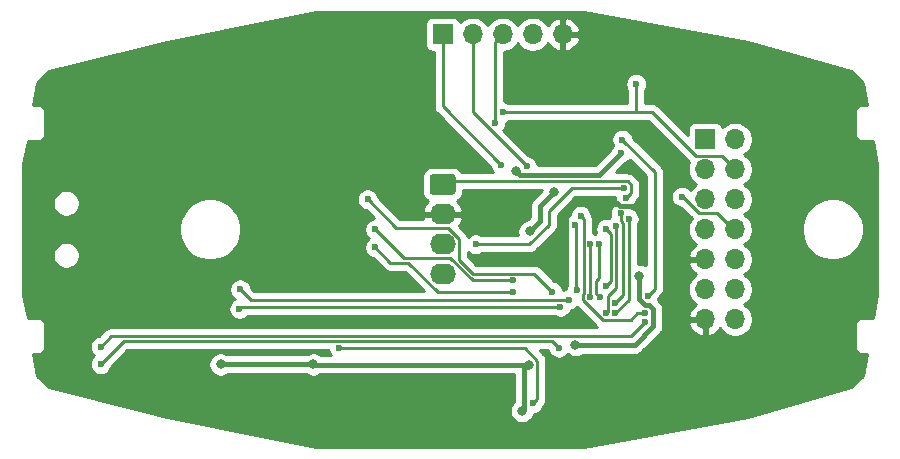
<source format=gbl>
G04 #@! TF.GenerationSoftware,KiCad,Pcbnew,(5.1.10)-1*
G04 #@! TF.CreationDate,2021-06-16T11:20:36+02:00*
G04 #@! TF.ProjectId,MSPBMP,4d535042-4d50-42e6-9b69-6361645f7063,rev?*
G04 #@! TF.SameCoordinates,Original*
G04 #@! TF.FileFunction,Copper,L2,Bot*
G04 #@! TF.FilePolarity,Positive*
%FSLAX46Y46*%
G04 Gerber Fmt 4.6, Leading zero omitted, Abs format (unit mm)*
G04 Created by KiCad (PCBNEW (5.1.10)-1) date 2021-06-16 11:20:36*
%MOMM*%
%LPD*%
G01*
G04 APERTURE LIST*
G04 #@! TA.AperFunction,ComponentPad*
%ADD10O,1.700000X1.700000*%
G04 #@! TD*
G04 #@! TA.AperFunction,ComponentPad*
%ADD11R,1.700000X1.700000*%
G04 #@! TD*
G04 #@! TA.AperFunction,ComponentPad*
%ADD12O,2.190000X1.740000*%
G04 #@! TD*
G04 #@! TA.AperFunction,ViaPad*
%ADD13C,0.600000*%
G04 #@! TD*
G04 #@! TA.AperFunction,ViaPad*
%ADD14C,0.800000*%
G04 #@! TD*
G04 #@! TA.AperFunction,Conductor*
%ADD15C,0.381000*%
G04 #@! TD*
G04 #@! TA.AperFunction,Conductor*
%ADD16C,0.508000*%
G04 #@! TD*
G04 #@! TA.AperFunction,Conductor*
%ADD17C,0.400000*%
G04 #@! TD*
G04 #@! TA.AperFunction,Conductor*
%ADD18C,0.254000*%
G04 #@! TD*
G04 #@! TA.AperFunction,Conductor*
%ADD19C,0.150000*%
G04 #@! TD*
G04 APERTURE END LIST*
D10*
X109855000Y-53340000D03*
X107315000Y-53340000D03*
X104775000Y-53340000D03*
X102235000Y-53340000D03*
D11*
X99695000Y-53340000D03*
D12*
X99695000Y-73660000D03*
X99695000Y-71120000D03*
X99695000Y-68580000D03*
G04 #@! TA.AperFunction,ComponentPad*
G36*
G01*
X98849999Y-65170000D02*
X100540001Y-65170000D01*
G75*
G02*
X100790000Y-65419999I0J-249999D01*
G01*
X100790000Y-66660001D01*
G75*
G02*
X100540001Y-66910000I-249999J0D01*
G01*
X98849999Y-66910000D01*
G75*
G02*
X98600000Y-66660001I0J249999D01*
G01*
X98600000Y-65419999D01*
G75*
G02*
X98849999Y-65170000I249999J0D01*
G01*
G37*
G04 #@! TD.AperFunction*
D10*
X124460000Y-77470000D03*
X121920000Y-77470000D03*
X124460000Y-74930000D03*
X121920000Y-74930000D03*
X124460000Y-72390000D03*
X121920000Y-72390000D03*
X124460000Y-69850000D03*
X121920000Y-69850000D03*
X124460000Y-67310000D03*
X121920000Y-67310000D03*
X124460000Y-64770000D03*
X121920000Y-64770000D03*
X124460000Y-62230000D03*
D11*
X121920000Y-62230000D03*
D13*
X99568000Y-60706000D03*
X87122000Y-74168000D03*
X118719600Y-74828400D03*
X101536500Y-78041500D03*
X106045000Y-68072000D03*
X92456000Y-82677000D03*
X108966000Y-58293000D03*
D14*
X74041000Y-60452000D03*
X86360000Y-56007000D03*
X122047000Y-55880000D03*
X127000000Y-82550000D03*
X86360000Y-86360000D03*
X84836000Y-68580000D03*
D13*
X110109000Y-71628000D03*
D14*
X91694000Y-62357000D03*
D13*
X113792000Y-60960000D03*
D14*
X74066400Y-67691000D03*
X68224400Y-64465200D03*
D13*
X95910400Y-77825600D03*
D14*
X77914500Y-64897000D03*
D13*
X71526400Y-77063600D03*
X73609200Y-83820000D03*
X111302800Y-86766400D03*
D14*
X116128800Y-85496400D03*
X106426000Y-87680800D03*
X133248400Y-61569600D03*
X127508000Y-73101200D03*
D13*
X93091000Y-72390000D03*
X102743000Y-72390000D03*
X105410000Y-72390000D03*
X105410000Y-69850000D03*
X102235000Y-68580000D03*
X116586000Y-69850000D03*
D14*
X110934500Y-79629000D03*
X116357400Y-73792590D03*
X107061000Y-70027800D03*
X109118400Y-66675000D03*
X106426000Y-85217000D03*
X106984800Y-81305400D03*
X88747600Y-81280000D03*
X80899000Y-81280000D03*
D13*
X104775000Y-59944000D03*
X116078000Y-57531000D03*
X107315000Y-84582000D03*
X90932000Y-79883000D03*
X105664000Y-75184000D03*
X93980000Y-71374000D03*
X105664000Y-74168000D03*
X93980000Y-69850000D03*
X93345000Y-67310000D03*
X108991400Y-75133200D03*
X115199975Y-67204319D03*
X115087400Y-66370200D03*
X102489000Y-71120000D03*
X119964200Y-67081400D03*
X109664500Y-76390500D03*
X82486500Y-76581000D03*
X110363000Y-75819000D03*
X82550000Y-74930000D03*
X110871000Y-69469000D03*
X111048800Y-75006200D03*
X116840000Y-76962000D03*
X111379000Y-68707000D03*
X112141000Y-75565000D03*
X112203797Y-71094600D03*
X112979200Y-75615800D03*
X112953800Y-71094600D03*
X113538000Y-74625200D03*
X113538000Y-69799200D03*
X114376200Y-69596000D03*
X113538000Y-76962000D03*
X114782600Y-68503800D03*
X114300000Y-76098400D03*
X114300000Y-76962000D03*
X115443000Y-68961000D03*
X117068600Y-75463400D03*
X114909600Y-62255400D03*
X116840000Y-77724000D03*
X70739000Y-79781400D03*
X109524800Y-79857600D03*
X70739000Y-81254600D03*
X104140000Y-60833000D03*
X106807000Y-64516000D03*
X104648000Y-64389000D03*
D14*
X105918000Y-64897000D03*
D13*
X114808000Y-63373000D03*
D15*
X116586000Y-69156058D02*
X116586000Y-69850000D01*
X116586000Y-68326000D02*
X116586000Y-69156058D01*
X116123299Y-67863299D02*
X116586000Y-68326000D01*
X114726299Y-67863299D02*
X116123299Y-67863299D01*
X114554000Y-67691000D02*
X114726299Y-67863299D01*
D16*
X111353078Y-67691000D02*
X114554000Y-67691000D01*
X110617000Y-67691000D02*
X111353078Y-67691000D01*
X110109000Y-68199000D02*
X110617000Y-67691000D01*
X110109000Y-71628000D02*
X110109000Y-68199000D01*
D15*
X88773000Y-81305400D02*
X88747600Y-81280000D01*
X106984800Y-81305400D02*
X88773000Y-81305400D01*
X107929301Y-67864099D02*
X109118400Y-66675000D01*
X107929301Y-69159499D02*
X107929301Y-67864099D01*
X107061000Y-70027800D02*
X107929301Y-69159499D01*
X106584801Y-85058199D02*
X106426000Y-85217000D01*
X106584801Y-81705399D02*
X106584801Y-85058199D01*
X106984800Y-81305400D02*
X106584801Y-81705399D01*
D17*
X115971002Y-79629000D02*
X110934500Y-79629000D01*
X117540001Y-78060001D02*
X115971002Y-79629000D01*
X117540001Y-76625999D02*
X117540001Y-78060001D01*
X117176001Y-76261999D02*
X117540001Y-76625999D01*
X116838499Y-76261999D02*
X117176001Y-76261999D01*
X116357400Y-75780900D02*
X116838499Y-76261999D01*
X116357400Y-73792590D02*
X116357400Y-75780900D01*
X88747600Y-81280000D02*
X80899000Y-81280000D01*
D18*
X123332999Y-63642999D02*
X124460000Y-64770000D01*
X121134397Y-63642999D02*
X123332999Y-63642999D01*
X117435398Y-59944000D02*
X121134397Y-63642999D01*
X116078000Y-57531000D02*
X116078000Y-59944000D01*
X116078000Y-59944000D02*
X117435398Y-59944000D01*
X104775000Y-59944000D02*
X116078000Y-59944000D01*
X106638362Y-79883000D02*
X90932000Y-79883000D01*
X107711801Y-80956439D02*
X106638362Y-79883000D01*
X107711801Y-84185199D02*
X107711801Y-80956439D01*
X107315000Y-84582000D02*
X107711801Y-84185199D01*
X95277020Y-72671020D02*
X93980000Y-71374000D01*
X96788193Y-72671020D02*
X95277020Y-72671020D01*
X99301173Y-75184000D02*
X96788193Y-72671020D01*
X105664000Y-75184000D02*
X99301173Y-75184000D01*
X96397010Y-72267010D02*
X93980000Y-69850000D01*
X100334010Y-72267010D02*
X96397010Y-72267010D01*
X102235000Y-74168000D02*
X100334010Y-72267010D01*
X105664000Y-74168000D02*
X102235000Y-74168000D01*
X107449199Y-73590999D02*
X108991400Y-75133200D01*
X101067010Y-72428654D02*
X102229355Y-73590999D01*
X101067010Y-70644893D02*
X101067010Y-72428654D01*
X102229355Y-73590999D02*
X107449199Y-73590999D01*
X100149127Y-69727010D02*
X101067010Y-70644893D01*
X95762010Y-69727010D02*
X100149127Y-69727010D01*
X93345000Y-67310000D02*
X95762010Y-69727010D01*
X115364361Y-65793199D02*
X99941801Y-65793199D01*
X99941801Y-65793199D02*
X99695000Y-66040000D01*
X115664401Y-66739893D02*
X115664401Y-66093239D01*
X115664401Y-66093239D02*
X115364361Y-65793199D01*
X115199975Y-67204319D02*
X115664401Y-66739893D01*
X108686600Y-69478162D02*
X108686600Y-68300600D01*
X107044762Y-71120000D02*
X108686600Y-69478162D01*
X102489000Y-71120000D02*
X107044762Y-71120000D01*
X110617000Y-66370200D02*
X115087400Y-66370200D01*
X108686600Y-68300600D02*
X110617000Y-66370200D01*
X124307600Y-69850000D02*
X124460000Y-69850000D01*
X122894601Y-68437001D02*
X124307600Y-69850000D01*
X121379039Y-68437001D02*
X120023438Y-67081400D01*
X120023438Y-67081400D02*
X119964200Y-67081400D01*
X122894601Y-68437001D02*
X121379039Y-68437001D01*
X82677000Y-76390500D02*
X82486500Y-76581000D01*
X109664500Y-76390500D02*
X82677000Y-76390500D01*
X83433499Y-75813499D02*
X82550000Y-74930000D01*
X110357499Y-75813499D02*
X83433499Y-75813499D01*
X110363000Y-75819000D02*
X110357499Y-75813499D01*
X110998000Y-69596000D02*
X110871000Y-69469000D01*
X110998000Y-74955400D02*
X110998000Y-69596000D01*
X111048800Y-75006200D02*
X110998000Y-74955400D01*
X111626796Y-68954796D02*
X111379000Y-68707000D01*
X111626796Y-75282166D02*
X111626796Y-68954796D01*
X113261039Y-77539001D02*
X111563999Y-75841961D01*
X115600990Y-77539001D02*
X113261039Y-77539001D01*
X111563999Y-75841961D02*
X111563999Y-75344963D01*
X111563999Y-75344963D02*
X111626796Y-75282166D01*
X116177991Y-76962000D02*
X115600990Y-77539001D01*
X116840000Y-76962000D02*
X116177991Y-76962000D01*
X112141000Y-71157397D02*
X112203797Y-71094600D01*
X112141000Y-75565000D02*
X112141000Y-71157397D01*
X112679201Y-75315801D02*
X112679201Y-74264799D01*
X112979200Y-75615800D02*
X112679201Y-75315801D01*
X112953800Y-73990200D02*
X112953800Y-71094600D01*
X112679201Y-74264799D02*
X112953800Y-73990200D01*
X113538000Y-74625200D02*
X113969800Y-74193400D01*
X113969800Y-70231000D02*
X113538000Y-69799200D01*
X113969800Y-74193400D02*
X113969800Y-70231000D01*
X114376200Y-74777600D02*
X114300000Y-74853800D01*
X114376200Y-69596000D02*
X114376200Y-74777600D01*
X113665000Y-75488800D02*
X114376200Y-74777600D01*
X113665000Y-76835000D02*
X113538000Y-76962000D01*
X113665000Y-75488800D02*
X113665000Y-76835000D01*
X114960400Y-75438000D02*
X114300000Y-76098400D01*
X114960400Y-69332362D02*
X114960400Y-75438000D01*
X114782600Y-69154562D02*
X114960400Y-69332362D01*
X114782600Y-68503800D02*
X114782600Y-69154562D01*
X115443000Y-75819000D02*
X114300000Y-76962000D01*
X115443000Y-68961000D02*
X115443000Y-75819000D01*
X114909600Y-62255400D02*
X117652800Y-64998600D01*
X117652800Y-74879200D02*
X117068600Y-75463400D01*
X117652800Y-64998600D02*
X117652800Y-74879200D01*
X71618411Y-78901989D02*
X70739000Y-79781400D01*
X115662011Y-78901989D02*
X71618411Y-78901989D01*
X116840000Y-77724000D02*
X115662011Y-78901989D01*
X72687601Y-79305999D02*
X70739000Y-81254600D01*
X108973199Y-79305999D02*
X72687601Y-79305999D01*
X109524800Y-79857600D02*
X108973199Y-79305999D01*
X104267000Y-53848000D02*
X104775000Y-53340000D01*
X104094001Y-54020999D02*
X104775000Y-53340000D01*
X104140000Y-53975000D02*
X104775000Y-53340000D01*
X104140000Y-60833000D02*
X104140000Y-53975000D01*
X102235000Y-59944000D02*
X106807000Y-64516000D01*
X102235000Y-53340000D02*
X102235000Y-59944000D01*
X99695000Y-59436000D02*
X99695000Y-53340000D01*
X104648000Y-64389000D02*
X99695000Y-59436000D01*
D17*
X106237001Y-65216001D02*
X105918000Y-64897000D01*
X112964999Y-65216001D02*
X106237001Y-65216001D01*
X114808000Y-63373000D02*
X112964999Y-65216001D01*
D18*
X125579949Y-53983538D02*
X134274242Y-56467622D01*
X135277527Y-57470908D01*
X135607180Y-59284000D01*
X135287419Y-59284000D01*
X135255000Y-59280807D01*
X135222581Y-59284000D01*
X135125617Y-59293550D01*
X135001207Y-59331290D01*
X134886550Y-59392575D01*
X134786052Y-59475052D01*
X134703575Y-59575550D01*
X134642290Y-59690207D01*
X134604550Y-59814617D01*
X134591807Y-59944000D01*
X134595001Y-59976429D01*
X134595000Y-61689580D01*
X134591807Y-61722000D01*
X134604550Y-61851383D01*
X134642290Y-61975793D01*
X134703575Y-62090450D01*
X134716355Y-62106022D01*
X134786052Y-62190948D01*
X134886550Y-62273425D01*
X135001207Y-62334710D01*
X135125617Y-62372450D01*
X135255000Y-62385193D01*
X135287419Y-62382000D01*
X136110930Y-62382000D01*
X136500000Y-64327351D01*
X136500001Y-75372644D01*
X136110930Y-77318000D01*
X135287419Y-77318000D01*
X135255000Y-77314807D01*
X135222581Y-77318000D01*
X135125617Y-77327550D01*
X135001207Y-77365290D01*
X134886550Y-77426575D01*
X134786052Y-77509052D01*
X134703575Y-77609550D01*
X134642290Y-77724207D01*
X134604550Y-77848617D01*
X134591807Y-77978000D01*
X134595000Y-78010420D01*
X134595001Y-79723571D01*
X134591807Y-79756000D01*
X134604550Y-79885383D01*
X134642290Y-80009793D01*
X134703575Y-80124450D01*
X134786052Y-80224948D01*
X134886550Y-80307425D01*
X135001207Y-80368710D01*
X135125617Y-80406450D01*
X135222581Y-80416000D01*
X135255000Y-80419193D01*
X135287419Y-80416000D01*
X135607180Y-80416000D01*
X135277527Y-82229092D01*
X134274242Y-83232378D01*
X125579949Y-85716462D01*
X111700493Y-88240000D01*
X88965356Y-88240000D01*
X76344852Y-85715900D01*
X66377426Y-83224045D01*
X65382473Y-82229093D01*
X65052820Y-80416000D01*
X65372581Y-80416000D01*
X65405000Y-80419193D01*
X65437419Y-80416000D01*
X65534383Y-80406450D01*
X65658793Y-80368710D01*
X65773450Y-80307425D01*
X65873948Y-80224948D01*
X65956425Y-80124450D01*
X66017710Y-80009793D01*
X66055450Y-79885383D01*
X66068193Y-79756000D01*
X66065000Y-79723581D01*
X66065000Y-79689311D01*
X69804000Y-79689311D01*
X69804000Y-79873489D01*
X69839932Y-80054129D01*
X69910414Y-80224289D01*
X70012738Y-80377428D01*
X70142972Y-80507662D01*
X70158444Y-80518000D01*
X70142972Y-80528338D01*
X70012738Y-80658572D01*
X69910414Y-80811711D01*
X69839932Y-80981871D01*
X69804000Y-81162511D01*
X69804000Y-81346689D01*
X69839932Y-81527329D01*
X69910414Y-81697489D01*
X70012738Y-81850628D01*
X70142972Y-81980862D01*
X70296111Y-82083186D01*
X70466271Y-82153668D01*
X70646911Y-82189600D01*
X70831089Y-82189600D01*
X71011729Y-82153668D01*
X71181889Y-82083186D01*
X71335028Y-81980862D01*
X71465262Y-81850628D01*
X71567586Y-81697489D01*
X71638068Y-81527329D01*
X71661450Y-81409780D01*
X73003232Y-80067999D01*
X90015481Y-80067999D01*
X90032932Y-80155729D01*
X90103414Y-80325889D01*
X90205738Y-80479028D01*
X90206610Y-80479900D01*
X89411211Y-80479900D01*
X89407374Y-80476063D01*
X89237856Y-80362795D01*
X89049498Y-80284774D01*
X88849539Y-80245000D01*
X88645661Y-80245000D01*
X88445702Y-80284774D01*
X88257344Y-80362795D01*
X88134315Y-80445000D01*
X81512285Y-80445000D01*
X81389256Y-80362795D01*
X81200898Y-80284774D01*
X81000939Y-80245000D01*
X80797061Y-80245000D01*
X80597102Y-80284774D01*
X80408744Y-80362795D01*
X80239226Y-80476063D01*
X80095063Y-80620226D01*
X79981795Y-80789744D01*
X79903774Y-80978102D01*
X79864000Y-81178061D01*
X79864000Y-81381939D01*
X79903774Y-81581898D01*
X79981795Y-81770256D01*
X80095063Y-81939774D01*
X80239226Y-82083937D01*
X80408744Y-82197205D01*
X80597102Y-82275226D01*
X80797061Y-82315000D01*
X81000939Y-82315000D01*
X81200898Y-82275226D01*
X81389256Y-82197205D01*
X81512285Y-82115000D01*
X88134315Y-82115000D01*
X88257344Y-82197205D01*
X88445702Y-82275226D01*
X88645661Y-82315000D01*
X88849539Y-82315000D01*
X89049498Y-82275226D01*
X89237856Y-82197205D01*
X89337089Y-82130900D01*
X105759301Y-82130900D01*
X105759302Y-84419987D01*
X105622063Y-84557226D01*
X105508795Y-84726744D01*
X105430774Y-84915102D01*
X105391000Y-85115061D01*
X105391000Y-85318939D01*
X105430774Y-85518898D01*
X105508795Y-85707256D01*
X105622063Y-85876774D01*
X105766226Y-86020937D01*
X105935744Y-86134205D01*
X106124102Y-86212226D01*
X106324061Y-86252000D01*
X106527939Y-86252000D01*
X106727898Y-86212226D01*
X106916256Y-86134205D01*
X107085774Y-86020937D01*
X107229937Y-85876774D01*
X107343205Y-85707256D01*
X107421226Y-85518898D01*
X107422201Y-85513994D01*
X107587729Y-85481068D01*
X107757889Y-85410586D01*
X107911028Y-85308262D01*
X108041262Y-85178028D01*
X108143586Y-85024889D01*
X108214068Y-84854729D01*
X108236883Y-84740031D01*
X108253223Y-84726621D01*
X108348446Y-84610591D01*
X108419203Y-84478214D01*
X108462775Y-84334577D01*
X108473801Y-84222625D01*
X108473801Y-84222623D01*
X108477487Y-84185200D01*
X108473801Y-84147777D01*
X108473801Y-80993862D01*
X108477487Y-80956439D01*
X108469555Y-80875905D01*
X108462775Y-80807061D01*
X108419203Y-80663424D01*
X108357019Y-80547086D01*
X108348446Y-80531046D01*
X108277080Y-80444087D01*
X108253223Y-80415017D01*
X108224153Y-80391160D01*
X107900992Y-80067999D01*
X108613334Y-80067999D01*
X108625732Y-80130329D01*
X108696214Y-80300489D01*
X108798538Y-80453628D01*
X108928772Y-80583862D01*
X109081911Y-80686186D01*
X109252071Y-80756668D01*
X109432711Y-80792600D01*
X109616889Y-80792600D01*
X109797529Y-80756668D01*
X109967689Y-80686186D01*
X110120828Y-80583862D01*
X110251062Y-80453628D01*
X110268828Y-80427039D01*
X110274726Y-80432937D01*
X110444244Y-80546205D01*
X110632602Y-80624226D01*
X110832561Y-80664000D01*
X111036439Y-80664000D01*
X111236398Y-80624226D01*
X111424756Y-80546205D01*
X111547785Y-80464000D01*
X115929984Y-80464000D01*
X115971002Y-80468040D01*
X116012020Y-80464000D01*
X116012021Y-80464000D01*
X116134691Y-80451918D01*
X116292089Y-80404172D01*
X116437148Y-80326636D01*
X116564293Y-80222291D01*
X116590448Y-80190421D01*
X118101433Y-78679438D01*
X118133292Y-78653292D01*
X118213938Y-78555025D01*
X118237637Y-78526147D01*
X118315173Y-78381088D01*
X118321398Y-78360567D01*
X118362919Y-78223690D01*
X118375001Y-78101020D01*
X118375001Y-78101019D01*
X118379041Y-78060001D01*
X118375001Y-78018983D01*
X118375001Y-77826890D01*
X120478524Y-77826890D01*
X120523175Y-77974099D01*
X120648359Y-78236920D01*
X120822412Y-78470269D01*
X121038645Y-78665178D01*
X121288748Y-78814157D01*
X121563109Y-78911481D01*
X121793000Y-78790814D01*
X121793000Y-77597000D01*
X120599845Y-77597000D01*
X120478524Y-77826890D01*
X118375001Y-77826890D01*
X118375001Y-76667017D01*
X118379041Y-76625999D01*
X118372154Y-76556072D01*
X118362919Y-76462310D01*
X118315173Y-76304912D01*
X118237637Y-76159853D01*
X118133292Y-76032708D01*
X118101428Y-76006558D01*
X117927639Y-75832769D01*
X117967668Y-75736129D01*
X117991050Y-75618580D01*
X118165146Y-75444484D01*
X118194222Y-75420622D01*
X118266459Y-75332601D01*
X118289445Y-75304593D01*
X118343892Y-75202729D01*
X118360202Y-75172215D01*
X118403774Y-75028578D01*
X118414800Y-74916626D01*
X118414800Y-74916623D01*
X118418486Y-74879200D01*
X118414800Y-74841777D01*
X118414800Y-65036023D01*
X118418486Y-64998600D01*
X118414121Y-64954279D01*
X118403774Y-64849222D01*
X118360202Y-64705585D01*
X118316455Y-64623740D01*
X118289445Y-64573207D01*
X118254657Y-64530819D01*
X118194222Y-64457178D01*
X118165147Y-64433317D01*
X115832050Y-62100220D01*
X115808668Y-61982671D01*
X115738186Y-61812511D01*
X115635862Y-61659372D01*
X115505628Y-61529138D01*
X115352489Y-61426814D01*
X115182329Y-61356332D01*
X115001689Y-61320400D01*
X114817511Y-61320400D01*
X114636871Y-61356332D01*
X114466711Y-61426814D01*
X114313572Y-61529138D01*
X114183338Y-61659372D01*
X114081014Y-61812511D01*
X114010532Y-61982671D01*
X113974600Y-62163311D01*
X113974600Y-62347489D01*
X114010532Y-62528129D01*
X114081014Y-62698289D01*
X114112820Y-62745890D01*
X114081738Y-62776972D01*
X113979414Y-62930111D01*
X113915346Y-63084786D01*
X112619132Y-64381001D01*
X107733465Y-64381001D01*
X107706068Y-64243271D01*
X107635586Y-64073111D01*
X107533262Y-63919972D01*
X107403028Y-63789738D01*
X107249889Y-63687414D01*
X107079729Y-63616932D01*
X106962181Y-63593550D01*
X104831960Y-61463330D01*
X104866262Y-61429028D01*
X104968586Y-61275889D01*
X105039068Y-61105729D01*
X105075000Y-60925089D01*
X105075000Y-60831772D01*
X105217889Y-60772586D01*
X105317542Y-60706000D01*
X116040575Y-60706000D01*
X116078000Y-60709686D01*
X116115426Y-60706000D01*
X117119768Y-60706000D01*
X120567793Y-64154025D01*
X120492068Y-64336842D01*
X120435000Y-64623740D01*
X120435000Y-64916260D01*
X120492068Y-65203158D01*
X120604010Y-65473411D01*
X120766525Y-65716632D01*
X120973368Y-65923475D01*
X121147760Y-66040000D01*
X120973368Y-66156525D01*
X120766525Y-66363368D01*
X120687191Y-66482101D01*
X120560228Y-66355138D01*
X120407089Y-66252814D01*
X120236929Y-66182332D01*
X120056289Y-66146400D01*
X119872111Y-66146400D01*
X119691471Y-66182332D01*
X119521311Y-66252814D01*
X119368172Y-66355138D01*
X119237938Y-66485372D01*
X119135614Y-66638511D01*
X119065132Y-66808671D01*
X119029200Y-66989311D01*
X119029200Y-67173489D01*
X119065132Y-67354129D01*
X119135614Y-67524289D01*
X119237938Y-67677428D01*
X119368172Y-67807662D01*
X119521311Y-67909986D01*
X119691471Y-67980468D01*
X119872111Y-68016400D01*
X119880808Y-68016400D01*
X120767150Y-68902743D01*
X120766525Y-68903368D01*
X120604010Y-69146589D01*
X120492068Y-69416842D01*
X120435000Y-69703740D01*
X120435000Y-69996260D01*
X120492068Y-70283158D01*
X120604010Y-70553411D01*
X120766525Y-70796632D01*
X120973368Y-71003475D01*
X121155534Y-71125195D01*
X121038645Y-71194822D01*
X120822412Y-71389731D01*
X120648359Y-71623080D01*
X120523175Y-71885901D01*
X120478524Y-72033110D01*
X120599845Y-72263000D01*
X121793000Y-72263000D01*
X121793000Y-72243000D01*
X122047000Y-72243000D01*
X122047000Y-72263000D01*
X122067000Y-72263000D01*
X122067000Y-72517000D01*
X122047000Y-72517000D01*
X122047000Y-72537000D01*
X121793000Y-72537000D01*
X121793000Y-72517000D01*
X120599845Y-72517000D01*
X120478524Y-72746890D01*
X120523175Y-72894099D01*
X120648359Y-73156920D01*
X120822412Y-73390269D01*
X121038645Y-73585178D01*
X121155534Y-73654805D01*
X120973368Y-73776525D01*
X120766525Y-73983368D01*
X120604010Y-74226589D01*
X120492068Y-74496842D01*
X120435000Y-74783740D01*
X120435000Y-75076260D01*
X120492068Y-75363158D01*
X120604010Y-75633411D01*
X120766525Y-75876632D01*
X120973368Y-76083475D01*
X121155534Y-76205195D01*
X121038645Y-76274822D01*
X120822412Y-76469731D01*
X120648359Y-76703080D01*
X120523175Y-76965901D01*
X120478524Y-77113110D01*
X120599845Y-77343000D01*
X121793000Y-77343000D01*
X121793000Y-77323000D01*
X122047000Y-77323000D01*
X122047000Y-77343000D01*
X122067000Y-77343000D01*
X122067000Y-77597000D01*
X122047000Y-77597000D01*
X122047000Y-78790814D01*
X122276891Y-78911481D01*
X122551252Y-78814157D01*
X122801355Y-78665178D01*
X123017588Y-78470269D01*
X123188900Y-78240594D01*
X123306525Y-78416632D01*
X123513368Y-78623475D01*
X123756589Y-78785990D01*
X124026842Y-78897932D01*
X124313740Y-78955000D01*
X124606260Y-78955000D01*
X124893158Y-78897932D01*
X125163411Y-78785990D01*
X125406632Y-78623475D01*
X125613475Y-78416632D01*
X125775990Y-78173411D01*
X125887932Y-77903158D01*
X125945000Y-77616260D01*
X125945000Y-77323740D01*
X125887932Y-77036842D01*
X125775990Y-76766589D01*
X125613475Y-76523368D01*
X125406632Y-76316525D01*
X125232240Y-76200000D01*
X125406632Y-76083475D01*
X125613475Y-75876632D01*
X125775990Y-75633411D01*
X125887932Y-75363158D01*
X125945000Y-75076260D01*
X125945000Y-74783740D01*
X125887932Y-74496842D01*
X125775990Y-74226589D01*
X125613475Y-73983368D01*
X125406632Y-73776525D01*
X125232240Y-73660000D01*
X125406632Y-73543475D01*
X125613475Y-73336632D01*
X125775990Y-73093411D01*
X125887932Y-72823158D01*
X125945000Y-72536260D01*
X125945000Y-72243740D01*
X125887932Y-71956842D01*
X125775990Y-71686589D01*
X125613475Y-71443368D01*
X125406632Y-71236525D01*
X125232240Y-71120000D01*
X125406632Y-71003475D01*
X125613475Y-70796632D01*
X125775990Y-70553411D01*
X125887932Y-70283158D01*
X125945000Y-69996260D01*
X125945000Y-69703740D01*
X125922471Y-69590475D01*
X130080000Y-69590475D01*
X130080000Y-70109525D01*
X130181261Y-70618601D01*
X130379893Y-71098141D01*
X130668262Y-71529715D01*
X131035285Y-71896738D01*
X131466859Y-72185107D01*
X131946399Y-72383739D01*
X132455475Y-72485000D01*
X132974525Y-72485000D01*
X133483601Y-72383739D01*
X133963141Y-72185107D01*
X134394715Y-71896738D01*
X134761738Y-71529715D01*
X135050107Y-71098141D01*
X135248739Y-70618601D01*
X135350000Y-70109525D01*
X135350000Y-69590475D01*
X135248739Y-69081399D01*
X135050107Y-68601859D01*
X134761738Y-68170285D01*
X134394715Y-67803262D01*
X133963141Y-67514893D01*
X133483601Y-67316261D01*
X132974525Y-67215000D01*
X132455475Y-67215000D01*
X131946399Y-67316261D01*
X131466859Y-67514893D01*
X131035285Y-67803262D01*
X130668262Y-68170285D01*
X130379893Y-68601859D01*
X130181261Y-69081399D01*
X130080000Y-69590475D01*
X125922471Y-69590475D01*
X125887932Y-69416842D01*
X125775990Y-69146589D01*
X125613475Y-68903368D01*
X125406632Y-68696525D01*
X125232240Y-68580000D01*
X125406632Y-68463475D01*
X125613475Y-68256632D01*
X125775990Y-68013411D01*
X125887932Y-67743158D01*
X125945000Y-67456260D01*
X125945000Y-67163740D01*
X125887932Y-66876842D01*
X125775990Y-66606589D01*
X125613475Y-66363368D01*
X125406632Y-66156525D01*
X125232240Y-66040000D01*
X125406632Y-65923475D01*
X125613475Y-65716632D01*
X125775990Y-65473411D01*
X125887932Y-65203158D01*
X125945000Y-64916260D01*
X125945000Y-64623740D01*
X125887932Y-64336842D01*
X125775990Y-64066589D01*
X125613475Y-63823368D01*
X125406632Y-63616525D01*
X125232240Y-63500000D01*
X125406632Y-63383475D01*
X125613475Y-63176632D01*
X125775990Y-62933411D01*
X125887932Y-62663158D01*
X125945000Y-62376260D01*
X125945000Y-62083740D01*
X125887932Y-61796842D01*
X125775990Y-61526589D01*
X125613475Y-61283368D01*
X125406632Y-61076525D01*
X125163411Y-60914010D01*
X124893158Y-60802068D01*
X124606260Y-60745000D01*
X124313740Y-60745000D01*
X124026842Y-60802068D01*
X123756589Y-60914010D01*
X123513368Y-61076525D01*
X123381513Y-61208380D01*
X123359502Y-61135820D01*
X123300537Y-61025506D01*
X123221185Y-60928815D01*
X123124494Y-60849463D01*
X123014180Y-60790498D01*
X122894482Y-60754188D01*
X122770000Y-60741928D01*
X121070000Y-60741928D01*
X120945518Y-60754188D01*
X120825820Y-60790498D01*
X120715506Y-60849463D01*
X120618815Y-60928815D01*
X120539463Y-61025506D01*
X120480498Y-61135820D01*
X120444188Y-61255518D01*
X120431928Y-61380000D01*
X120431928Y-61862900D01*
X118000682Y-59431654D01*
X117976820Y-59402578D01*
X117860790Y-59307355D01*
X117728413Y-59236598D01*
X117584776Y-59193026D01*
X117472824Y-59182000D01*
X117472821Y-59182000D01*
X117435398Y-59178314D01*
X117397975Y-59182000D01*
X116840000Y-59182000D01*
X116840000Y-58073542D01*
X116906586Y-57973889D01*
X116977068Y-57803729D01*
X117013000Y-57623089D01*
X117013000Y-57438911D01*
X116977068Y-57258271D01*
X116906586Y-57088111D01*
X116804262Y-56934972D01*
X116674028Y-56804738D01*
X116520889Y-56702414D01*
X116350729Y-56631932D01*
X116170089Y-56596000D01*
X115985911Y-56596000D01*
X115805271Y-56631932D01*
X115635111Y-56702414D01*
X115481972Y-56804738D01*
X115351738Y-56934972D01*
X115249414Y-57088111D01*
X115178932Y-57258271D01*
X115143000Y-57438911D01*
X115143000Y-57623089D01*
X115178932Y-57803729D01*
X115249414Y-57973889D01*
X115316000Y-58073543D01*
X115316001Y-59182000D01*
X105317542Y-59182000D01*
X105217889Y-59115414D01*
X105047729Y-59044932D01*
X104902000Y-59015944D01*
X104902000Y-54825000D01*
X104921260Y-54825000D01*
X105208158Y-54767932D01*
X105478411Y-54655990D01*
X105721632Y-54493475D01*
X105928475Y-54286632D01*
X106045000Y-54112240D01*
X106161525Y-54286632D01*
X106368368Y-54493475D01*
X106611589Y-54655990D01*
X106881842Y-54767932D01*
X107168740Y-54825000D01*
X107461260Y-54825000D01*
X107748158Y-54767932D01*
X108018411Y-54655990D01*
X108261632Y-54493475D01*
X108468475Y-54286632D01*
X108590195Y-54104466D01*
X108659822Y-54221355D01*
X108854731Y-54437588D01*
X109088080Y-54611641D01*
X109350901Y-54736825D01*
X109498110Y-54781476D01*
X109728000Y-54660155D01*
X109728000Y-53467000D01*
X109982000Y-53467000D01*
X109982000Y-54660155D01*
X110211890Y-54781476D01*
X110359099Y-54736825D01*
X110621920Y-54611641D01*
X110855269Y-54437588D01*
X111050178Y-54221355D01*
X111199157Y-53971252D01*
X111296481Y-53696891D01*
X111175814Y-53467000D01*
X109982000Y-53467000D01*
X109728000Y-53467000D01*
X109708000Y-53467000D01*
X109708000Y-53213000D01*
X109728000Y-53213000D01*
X109728000Y-52019845D01*
X109982000Y-52019845D01*
X109982000Y-53213000D01*
X111175814Y-53213000D01*
X111296481Y-52983109D01*
X111199157Y-52708748D01*
X111050178Y-52458645D01*
X110855269Y-52242412D01*
X110621920Y-52068359D01*
X110359099Y-51943175D01*
X110211890Y-51898524D01*
X109982000Y-52019845D01*
X109728000Y-52019845D01*
X109498110Y-51898524D01*
X109350901Y-51943175D01*
X109088080Y-52068359D01*
X108854731Y-52242412D01*
X108659822Y-52458645D01*
X108590195Y-52575534D01*
X108468475Y-52393368D01*
X108261632Y-52186525D01*
X108018411Y-52024010D01*
X107748158Y-51912068D01*
X107461260Y-51855000D01*
X107168740Y-51855000D01*
X106881842Y-51912068D01*
X106611589Y-52024010D01*
X106368368Y-52186525D01*
X106161525Y-52393368D01*
X106045000Y-52567760D01*
X105928475Y-52393368D01*
X105721632Y-52186525D01*
X105478411Y-52024010D01*
X105208158Y-51912068D01*
X104921260Y-51855000D01*
X104628740Y-51855000D01*
X104341842Y-51912068D01*
X104071589Y-52024010D01*
X103828368Y-52186525D01*
X103621525Y-52393368D01*
X103505000Y-52567760D01*
X103388475Y-52393368D01*
X103181632Y-52186525D01*
X102938411Y-52024010D01*
X102668158Y-51912068D01*
X102381260Y-51855000D01*
X102088740Y-51855000D01*
X101801842Y-51912068D01*
X101531589Y-52024010D01*
X101288368Y-52186525D01*
X101156513Y-52318380D01*
X101134502Y-52245820D01*
X101075537Y-52135506D01*
X100996185Y-52038815D01*
X100899494Y-51959463D01*
X100789180Y-51900498D01*
X100669482Y-51864188D01*
X100545000Y-51851928D01*
X98845000Y-51851928D01*
X98720518Y-51864188D01*
X98600820Y-51900498D01*
X98490506Y-51959463D01*
X98393815Y-52038815D01*
X98314463Y-52135506D01*
X98255498Y-52245820D01*
X98219188Y-52365518D01*
X98206928Y-52490000D01*
X98206928Y-54190000D01*
X98219188Y-54314482D01*
X98255498Y-54434180D01*
X98314463Y-54544494D01*
X98393815Y-54641185D01*
X98490506Y-54720537D01*
X98600820Y-54779502D01*
X98720518Y-54815812D01*
X98845000Y-54828072D01*
X98933001Y-54828072D01*
X98933000Y-59398577D01*
X98929314Y-59436000D01*
X98933000Y-59473423D01*
X98933000Y-59473425D01*
X98944026Y-59585377D01*
X98987598Y-59729014D01*
X98987599Y-59729015D01*
X99058355Y-59861392D01*
X99088399Y-59898000D01*
X99153578Y-59977422D01*
X99182654Y-60001284D01*
X103725550Y-64544181D01*
X103748932Y-64661729D01*
X103819414Y-64831889D01*
X103921738Y-64985028D01*
X103967909Y-65031199D01*
X101334308Y-65031199D01*
X101278405Y-64926613D01*
X101167962Y-64792038D01*
X101033387Y-64681595D01*
X100879851Y-64599528D01*
X100713255Y-64548992D01*
X100540001Y-64531928D01*
X98849999Y-64531928D01*
X98676745Y-64548992D01*
X98510149Y-64599528D01*
X98356613Y-64681595D01*
X98222038Y-64792038D01*
X98111595Y-64926613D01*
X98029528Y-65080149D01*
X97978992Y-65246745D01*
X97961928Y-65419999D01*
X97961928Y-66660001D01*
X97978992Y-66833255D01*
X98029528Y-66999851D01*
X98111595Y-67153387D01*
X98222038Y-67287962D01*
X98356613Y-67398405D01*
X98465590Y-67456655D01*
X98306694Y-67613674D01*
X98140526Y-67859191D01*
X98025449Y-68132409D01*
X98008698Y-68219969D01*
X98129754Y-68453000D01*
X99568000Y-68453000D01*
X99568000Y-68433000D01*
X99822000Y-68433000D01*
X99822000Y-68453000D01*
X101260246Y-68453000D01*
X101381302Y-68219969D01*
X101364551Y-68132409D01*
X101249474Y-67859191D01*
X101083306Y-67613674D01*
X100924410Y-67456655D01*
X101033387Y-67398405D01*
X101167962Y-67287962D01*
X101278405Y-67153387D01*
X101360472Y-66999851D01*
X101411008Y-66833255D01*
X101428072Y-66660001D01*
X101428072Y-66555199D01*
X108070768Y-66555199D01*
X107374262Y-67251706D01*
X107342761Y-67277558D01*
X107308806Y-67318933D01*
X107239602Y-67403257D01*
X107162948Y-67546666D01*
X107115746Y-67702273D01*
X107099807Y-67864099D01*
X107103802Y-67904659D01*
X107103801Y-68817566D01*
X106920996Y-69000372D01*
X106759102Y-69032574D01*
X106570744Y-69110595D01*
X106401226Y-69223863D01*
X106257063Y-69368026D01*
X106143795Y-69537544D01*
X106065774Y-69725902D01*
X106026000Y-69925861D01*
X106026000Y-70129739D01*
X106065774Y-70329698D01*
X106077497Y-70358000D01*
X103031542Y-70358000D01*
X102931889Y-70291414D01*
X102761729Y-70220932D01*
X102581089Y-70185000D01*
X102396911Y-70185000D01*
X102216271Y-70220932D01*
X102046111Y-70291414D01*
X101892972Y-70393738D01*
X101811749Y-70474961D01*
X101774412Y-70351878D01*
X101715729Y-70242089D01*
X101703655Y-70219500D01*
X101668867Y-70177112D01*
X101608432Y-70103471D01*
X101579357Y-70079610D01*
X101064579Y-69564832D01*
X101083306Y-69546326D01*
X101249474Y-69300809D01*
X101364551Y-69027591D01*
X101381302Y-68940031D01*
X101260246Y-68707000D01*
X99822000Y-68707000D01*
X99822000Y-68727000D01*
X99568000Y-68727000D01*
X99568000Y-68707000D01*
X98129754Y-68707000D01*
X98008698Y-68940031D01*
X98013477Y-68965010D01*
X96077641Y-68965010D01*
X94267450Y-67154820D01*
X94244068Y-67037271D01*
X94173586Y-66867111D01*
X94071262Y-66713972D01*
X93941028Y-66583738D01*
X93787889Y-66481414D01*
X93617729Y-66410932D01*
X93437089Y-66375000D01*
X93252911Y-66375000D01*
X93072271Y-66410932D01*
X92902111Y-66481414D01*
X92748972Y-66583738D01*
X92618738Y-66713972D01*
X92516414Y-66867111D01*
X92445932Y-67037271D01*
X92410000Y-67217911D01*
X92410000Y-67402089D01*
X92445932Y-67582729D01*
X92516414Y-67752889D01*
X92618738Y-67906028D01*
X92748972Y-68036262D01*
X92902111Y-68138586D01*
X93072271Y-68209068D01*
X93189820Y-68232450D01*
X93874948Y-68917579D01*
X93707271Y-68950932D01*
X93537111Y-69021414D01*
X93383972Y-69123738D01*
X93253738Y-69253972D01*
X93151414Y-69407111D01*
X93080932Y-69577271D01*
X93045000Y-69757911D01*
X93045000Y-69942089D01*
X93080932Y-70122729D01*
X93151414Y-70292889D01*
X93253738Y-70446028D01*
X93383972Y-70576262D01*
X93437458Y-70612000D01*
X93383972Y-70647738D01*
X93253738Y-70777972D01*
X93151414Y-70931111D01*
X93080932Y-71101271D01*
X93045000Y-71281911D01*
X93045000Y-71466089D01*
X93080932Y-71646729D01*
X93151414Y-71816889D01*
X93253738Y-71970028D01*
X93383972Y-72100262D01*
X93537111Y-72202586D01*
X93707271Y-72273068D01*
X93824820Y-72296450D01*
X94711740Y-73183371D01*
X94735598Y-73212442D01*
X94851628Y-73307665D01*
X94984005Y-73378422D01*
X95127642Y-73421994D01*
X95239594Y-73433020D01*
X95239596Y-73433020D01*
X95277019Y-73436706D01*
X95314442Y-73433020D01*
X96472563Y-73433020D01*
X98091041Y-75051499D01*
X83749130Y-75051499D01*
X83472450Y-74774820D01*
X83449068Y-74657271D01*
X83378586Y-74487111D01*
X83276262Y-74333972D01*
X83146028Y-74203738D01*
X82992889Y-74101414D01*
X82822729Y-74030932D01*
X82642089Y-73995000D01*
X82457911Y-73995000D01*
X82277271Y-74030932D01*
X82107111Y-74101414D01*
X81953972Y-74203738D01*
X81823738Y-74333972D01*
X81721414Y-74487111D01*
X81650932Y-74657271D01*
X81615000Y-74837911D01*
X81615000Y-75022089D01*
X81650932Y-75202729D01*
X81721414Y-75372889D01*
X81823738Y-75526028D01*
X81953972Y-75656262D01*
X82077108Y-75738539D01*
X82043611Y-75752414D01*
X81890472Y-75854738D01*
X81760238Y-75984972D01*
X81657914Y-76138111D01*
X81587432Y-76308271D01*
X81551500Y-76488911D01*
X81551500Y-76673089D01*
X81587432Y-76853729D01*
X81657914Y-77023889D01*
X81760238Y-77177028D01*
X81890472Y-77307262D01*
X82043611Y-77409586D01*
X82213771Y-77480068D01*
X82394411Y-77516000D01*
X82578589Y-77516000D01*
X82759229Y-77480068D01*
X82929389Y-77409586D01*
X83082528Y-77307262D01*
X83212762Y-77177028D01*
X83229151Y-77152500D01*
X109121958Y-77152500D01*
X109221611Y-77219086D01*
X109391771Y-77289568D01*
X109572411Y-77325500D01*
X109756589Y-77325500D01*
X109937229Y-77289568D01*
X110107389Y-77219086D01*
X110260528Y-77116762D01*
X110390762Y-76986528D01*
X110493086Y-76833389D01*
X110532334Y-76738635D01*
X110635729Y-76718068D01*
X110805889Y-76647586D01*
X110959028Y-76545262D01*
X111074349Y-76429941D01*
X112695760Y-78051353D01*
X112719617Y-78080423D01*
X112748687Y-78104280D01*
X112792198Y-78139989D01*
X71655834Y-78139989D01*
X71618411Y-78136303D01*
X71580988Y-78139989D01*
X71580985Y-78139989D01*
X71469033Y-78151015D01*
X71325396Y-78194587D01*
X71270950Y-78223689D01*
X71193018Y-78265344D01*
X71145079Y-78304687D01*
X71076989Y-78360567D01*
X71053132Y-78389638D01*
X70583820Y-78858950D01*
X70466271Y-78882332D01*
X70296111Y-78952814D01*
X70142972Y-79055138D01*
X70012738Y-79185372D01*
X69910414Y-79338511D01*
X69839932Y-79508671D01*
X69804000Y-79689311D01*
X66065000Y-79689311D01*
X66065000Y-78010419D01*
X66068193Y-77978000D01*
X66055450Y-77848617D01*
X66017710Y-77724207D01*
X65956425Y-77609550D01*
X65873948Y-77509052D01*
X65773450Y-77426575D01*
X65658793Y-77365290D01*
X65534383Y-77327550D01*
X65437419Y-77318000D01*
X65405000Y-77314807D01*
X65372581Y-77318000D01*
X64549071Y-77318000D01*
X64160000Y-75372649D01*
X64160000Y-71938212D01*
X66683000Y-71938212D01*
X66683000Y-72161788D01*
X66726617Y-72381067D01*
X66812176Y-72587624D01*
X66936388Y-72773520D01*
X67094480Y-72931612D01*
X67280376Y-73055824D01*
X67486933Y-73141383D01*
X67706212Y-73185000D01*
X67929788Y-73185000D01*
X68149067Y-73141383D01*
X68355624Y-73055824D01*
X68541520Y-72931612D01*
X68699612Y-72773520D01*
X68823824Y-72587624D01*
X68909383Y-72381067D01*
X68953000Y-72161788D01*
X68953000Y-71938212D01*
X68909383Y-71718933D01*
X68823824Y-71512376D01*
X68699612Y-71326480D01*
X68541520Y-71168388D01*
X68355624Y-71044176D01*
X68149067Y-70958617D01*
X67929788Y-70915000D01*
X67706212Y-70915000D01*
X67486933Y-70958617D01*
X67280376Y-71044176D01*
X67094480Y-71168388D01*
X66936388Y-71326480D01*
X66812176Y-71512376D01*
X66726617Y-71718933D01*
X66683000Y-71938212D01*
X64160000Y-71938212D01*
X64160000Y-69590475D01*
X77375000Y-69590475D01*
X77375000Y-70109525D01*
X77476261Y-70618601D01*
X77674893Y-71098141D01*
X77963262Y-71529715D01*
X78330285Y-71896738D01*
X78761859Y-72185107D01*
X79241399Y-72383739D01*
X79750475Y-72485000D01*
X80269525Y-72485000D01*
X80778601Y-72383739D01*
X81258141Y-72185107D01*
X81689715Y-71896738D01*
X82056738Y-71529715D01*
X82345107Y-71098141D01*
X82543739Y-70618601D01*
X82645000Y-70109525D01*
X82645000Y-69590475D01*
X82543739Y-69081399D01*
X82345107Y-68601859D01*
X82056738Y-68170285D01*
X81689715Y-67803262D01*
X81258141Y-67514893D01*
X80778601Y-67316261D01*
X80269525Y-67215000D01*
X79750475Y-67215000D01*
X79241399Y-67316261D01*
X78761859Y-67514893D01*
X78330285Y-67803262D01*
X77963262Y-68170285D01*
X77674893Y-68601859D01*
X77476261Y-69081399D01*
X77375000Y-69590475D01*
X64160000Y-69590475D01*
X64160000Y-67538212D01*
X66683000Y-67538212D01*
X66683000Y-67761788D01*
X66726617Y-67981067D01*
X66812176Y-68187624D01*
X66936388Y-68373520D01*
X67094480Y-68531612D01*
X67280376Y-68655824D01*
X67486933Y-68741383D01*
X67706212Y-68785000D01*
X67929788Y-68785000D01*
X68149067Y-68741383D01*
X68355624Y-68655824D01*
X68541520Y-68531612D01*
X68699612Y-68373520D01*
X68823824Y-68187624D01*
X68909383Y-67981067D01*
X68953000Y-67761788D01*
X68953000Y-67538212D01*
X68909383Y-67318933D01*
X68823824Y-67112376D01*
X68699612Y-66926480D01*
X68541520Y-66768388D01*
X68355624Y-66644176D01*
X68149067Y-66558617D01*
X67929788Y-66515000D01*
X67706212Y-66515000D01*
X67486933Y-66558617D01*
X67280376Y-66644176D01*
X67094480Y-66768388D01*
X66936388Y-66926480D01*
X66812176Y-67112376D01*
X66726617Y-67318933D01*
X66683000Y-67538212D01*
X64160000Y-67538212D01*
X64160000Y-64327351D01*
X64549071Y-62382000D01*
X65372581Y-62382000D01*
X65405000Y-62385193D01*
X65437419Y-62382000D01*
X65534383Y-62372450D01*
X65658793Y-62334710D01*
X65773450Y-62273425D01*
X65873948Y-62190948D01*
X65956425Y-62090450D01*
X66017710Y-61975793D01*
X66055450Y-61851383D01*
X66068193Y-61722000D01*
X66065000Y-61689581D01*
X66065000Y-59976419D01*
X66068193Y-59944000D01*
X66055450Y-59814617D01*
X66017710Y-59690207D01*
X65956425Y-59575550D01*
X65873948Y-59475052D01*
X65773450Y-59392575D01*
X65658793Y-59331290D01*
X65534383Y-59293550D01*
X65437419Y-59284000D01*
X65405000Y-59280807D01*
X65372581Y-59284000D01*
X65052820Y-59284000D01*
X65382473Y-57470907D01*
X66377426Y-56475955D01*
X76344852Y-53984100D01*
X88965356Y-51460000D01*
X111700493Y-51460000D01*
X125579949Y-53983538D01*
G04 #@! TA.AperFunction,Conductor*
D19*
G36*
X125579949Y-53983538D02*
G01*
X134274242Y-56467622D01*
X135277527Y-57470908D01*
X135607180Y-59284000D01*
X135287419Y-59284000D01*
X135255000Y-59280807D01*
X135222581Y-59284000D01*
X135125617Y-59293550D01*
X135001207Y-59331290D01*
X134886550Y-59392575D01*
X134786052Y-59475052D01*
X134703575Y-59575550D01*
X134642290Y-59690207D01*
X134604550Y-59814617D01*
X134591807Y-59944000D01*
X134595001Y-59976429D01*
X134595000Y-61689580D01*
X134591807Y-61722000D01*
X134604550Y-61851383D01*
X134642290Y-61975793D01*
X134703575Y-62090450D01*
X134716355Y-62106022D01*
X134786052Y-62190948D01*
X134886550Y-62273425D01*
X135001207Y-62334710D01*
X135125617Y-62372450D01*
X135255000Y-62385193D01*
X135287419Y-62382000D01*
X136110930Y-62382000D01*
X136500000Y-64327351D01*
X136500001Y-75372644D01*
X136110930Y-77318000D01*
X135287419Y-77318000D01*
X135255000Y-77314807D01*
X135222581Y-77318000D01*
X135125617Y-77327550D01*
X135001207Y-77365290D01*
X134886550Y-77426575D01*
X134786052Y-77509052D01*
X134703575Y-77609550D01*
X134642290Y-77724207D01*
X134604550Y-77848617D01*
X134591807Y-77978000D01*
X134595000Y-78010420D01*
X134595001Y-79723571D01*
X134591807Y-79756000D01*
X134604550Y-79885383D01*
X134642290Y-80009793D01*
X134703575Y-80124450D01*
X134786052Y-80224948D01*
X134886550Y-80307425D01*
X135001207Y-80368710D01*
X135125617Y-80406450D01*
X135222581Y-80416000D01*
X135255000Y-80419193D01*
X135287419Y-80416000D01*
X135607180Y-80416000D01*
X135277527Y-82229092D01*
X134274242Y-83232378D01*
X125579949Y-85716462D01*
X111700493Y-88240000D01*
X88965356Y-88240000D01*
X76344852Y-85715900D01*
X66377426Y-83224045D01*
X65382473Y-82229093D01*
X65052820Y-80416000D01*
X65372581Y-80416000D01*
X65405000Y-80419193D01*
X65437419Y-80416000D01*
X65534383Y-80406450D01*
X65658793Y-80368710D01*
X65773450Y-80307425D01*
X65873948Y-80224948D01*
X65956425Y-80124450D01*
X66017710Y-80009793D01*
X66055450Y-79885383D01*
X66068193Y-79756000D01*
X66065000Y-79723581D01*
X66065000Y-79689311D01*
X69804000Y-79689311D01*
X69804000Y-79873489D01*
X69839932Y-80054129D01*
X69910414Y-80224289D01*
X70012738Y-80377428D01*
X70142972Y-80507662D01*
X70158444Y-80518000D01*
X70142972Y-80528338D01*
X70012738Y-80658572D01*
X69910414Y-80811711D01*
X69839932Y-80981871D01*
X69804000Y-81162511D01*
X69804000Y-81346689D01*
X69839932Y-81527329D01*
X69910414Y-81697489D01*
X70012738Y-81850628D01*
X70142972Y-81980862D01*
X70296111Y-82083186D01*
X70466271Y-82153668D01*
X70646911Y-82189600D01*
X70831089Y-82189600D01*
X71011729Y-82153668D01*
X71181889Y-82083186D01*
X71335028Y-81980862D01*
X71465262Y-81850628D01*
X71567586Y-81697489D01*
X71638068Y-81527329D01*
X71661450Y-81409780D01*
X73003232Y-80067999D01*
X90015481Y-80067999D01*
X90032932Y-80155729D01*
X90103414Y-80325889D01*
X90205738Y-80479028D01*
X90206610Y-80479900D01*
X89411211Y-80479900D01*
X89407374Y-80476063D01*
X89237856Y-80362795D01*
X89049498Y-80284774D01*
X88849539Y-80245000D01*
X88645661Y-80245000D01*
X88445702Y-80284774D01*
X88257344Y-80362795D01*
X88134315Y-80445000D01*
X81512285Y-80445000D01*
X81389256Y-80362795D01*
X81200898Y-80284774D01*
X81000939Y-80245000D01*
X80797061Y-80245000D01*
X80597102Y-80284774D01*
X80408744Y-80362795D01*
X80239226Y-80476063D01*
X80095063Y-80620226D01*
X79981795Y-80789744D01*
X79903774Y-80978102D01*
X79864000Y-81178061D01*
X79864000Y-81381939D01*
X79903774Y-81581898D01*
X79981795Y-81770256D01*
X80095063Y-81939774D01*
X80239226Y-82083937D01*
X80408744Y-82197205D01*
X80597102Y-82275226D01*
X80797061Y-82315000D01*
X81000939Y-82315000D01*
X81200898Y-82275226D01*
X81389256Y-82197205D01*
X81512285Y-82115000D01*
X88134315Y-82115000D01*
X88257344Y-82197205D01*
X88445702Y-82275226D01*
X88645661Y-82315000D01*
X88849539Y-82315000D01*
X89049498Y-82275226D01*
X89237856Y-82197205D01*
X89337089Y-82130900D01*
X105759301Y-82130900D01*
X105759302Y-84419987D01*
X105622063Y-84557226D01*
X105508795Y-84726744D01*
X105430774Y-84915102D01*
X105391000Y-85115061D01*
X105391000Y-85318939D01*
X105430774Y-85518898D01*
X105508795Y-85707256D01*
X105622063Y-85876774D01*
X105766226Y-86020937D01*
X105935744Y-86134205D01*
X106124102Y-86212226D01*
X106324061Y-86252000D01*
X106527939Y-86252000D01*
X106727898Y-86212226D01*
X106916256Y-86134205D01*
X107085774Y-86020937D01*
X107229937Y-85876774D01*
X107343205Y-85707256D01*
X107421226Y-85518898D01*
X107422201Y-85513994D01*
X107587729Y-85481068D01*
X107757889Y-85410586D01*
X107911028Y-85308262D01*
X108041262Y-85178028D01*
X108143586Y-85024889D01*
X108214068Y-84854729D01*
X108236883Y-84740031D01*
X108253223Y-84726621D01*
X108348446Y-84610591D01*
X108419203Y-84478214D01*
X108462775Y-84334577D01*
X108473801Y-84222625D01*
X108473801Y-84222623D01*
X108477487Y-84185200D01*
X108473801Y-84147777D01*
X108473801Y-80993862D01*
X108477487Y-80956439D01*
X108469555Y-80875905D01*
X108462775Y-80807061D01*
X108419203Y-80663424D01*
X108357019Y-80547086D01*
X108348446Y-80531046D01*
X108277080Y-80444087D01*
X108253223Y-80415017D01*
X108224153Y-80391160D01*
X107900992Y-80067999D01*
X108613334Y-80067999D01*
X108625732Y-80130329D01*
X108696214Y-80300489D01*
X108798538Y-80453628D01*
X108928772Y-80583862D01*
X109081911Y-80686186D01*
X109252071Y-80756668D01*
X109432711Y-80792600D01*
X109616889Y-80792600D01*
X109797529Y-80756668D01*
X109967689Y-80686186D01*
X110120828Y-80583862D01*
X110251062Y-80453628D01*
X110268828Y-80427039D01*
X110274726Y-80432937D01*
X110444244Y-80546205D01*
X110632602Y-80624226D01*
X110832561Y-80664000D01*
X111036439Y-80664000D01*
X111236398Y-80624226D01*
X111424756Y-80546205D01*
X111547785Y-80464000D01*
X115929984Y-80464000D01*
X115971002Y-80468040D01*
X116012020Y-80464000D01*
X116012021Y-80464000D01*
X116134691Y-80451918D01*
X116292089Y-80404172D01*
X116437148Y-80326636D01*
X116564293Y-80222291D01*
X116590448Y-80190421D01*
X118101433Y-78679438D01*
X118133292Y-78653292D01*
X118213938Y-78555025D01*
X118237637Y-78526147D01*
X118315173Y-78381088D01*
X118321398Y-78360567D01*
X118362919Y-78223690D01*
X118375001Y-78101020D01*
X118375001Y-78101019D01*
X118379041Y-78060001D01*
X118375001Y-78018983D01*
X118375001Y-77826890D01*
X120478524Y-77826890D01*
X120523175Y-77974099D01*
X120648359Y-78236920D01*
X120822412Y-78470269D01*
X121038645Y-78665178D01*
X121288748Y-78814157D01*
X121563109Y-78911481D01*
X121793000Y-78790814D01*
X121793000Y-77597000D01*
X120599845Y-77597000D01*
X120478524Y-77826890D01*
X118375001Y-77826890D01*
X118375001Y-76667017D01*
X118379041Y-76625999D01*
X118372154Y-76556072D01*
X118362919Y-76462310D01*
X118315173Y-76304912D01*
X118237637Y-76159853D01*
X118133292Y-76032708D01*
X118101428Y-76006558D01*
X117927639Y-75832769D01*
X117967668Y-75736129D01*
X117991050Y-75618580D01*
X118165146Y-75444484D01*
X118194222Y-75420622D01*
X118266459Y-75332601D01*
X118289445Y-75304593D01*
X118343892Y-75202729D01*
X118360202Y-75172215D01*
X118403774Y-75028578D01*
X118414800Y-74916626D01*
X118414800Y-74916623D01*
X118418486Y-74879200D01*
X118414800Y-74841777D01*
X118414800Y-65036023D01*
X118418486Y-64998600D01*
X118414121Y-64954279D01*
X118403774Y-64849222D01*
X118360202Y-64705585D01*
X118316455Y-64623740D01*
X118289445Y-64573207D01*
X118254657Y-64530819D01*
X118194222Y-64457178D01*
X118165147Y-64433317D01*
X115832050Y-62100220D01*
X115808668Y-61982671D01*
X115738186Y-61812511D01*
X115635862Y-61659372D01*
X115505628Y-61529138D01*
X115352489Y-61426814D01*
X115182329Y-61356332D01*
X115001689Y-61320400D01*
X114817511Y-61320400D01*
X114636871Y-61356332D01*
X114466711Y-61426814D01*
X114313572Y-61529138D01*
X114183338Y-61659372D01*
X114081014Y-61812511D01*
X114010532Y-61982671D01*
X113974600Y-62163311D01*
X113974600Y-62347489D01*
X114010532Y-62528129D01*
X114081014Y-62698289D01*
X114112820Y-62745890D01*
X114081738Y-62776972D01*
X113979414Y-62930111D01*
X113915346Y-63084786D01*
X112619132Y-64381001D01*
X107733465Y-64381001D01*
X107706068Y-64243271D01*
X107635586Y-64073111D01*
X107533262Y-63919972D01*
X107403028Y-63789738D01*
X107249889Y-63687414D01*
X107079729Y-63616932D01*
X106962181Y-63593550D01*
X104831960Y-61463330D01*
X104866262Y-61429028D01*
X104968586Y-61275889D01*
X105039068Y-61105729D01*
X105075000Y-60925089D01*
X105075000Y-60831772D01*
X105217889Y-60772586D01*
X105317542Y-60706000D01*
X116040575Y-60706000D01*
X116078000Y-60709686D01*
X116115426Y-60706000D01*
X117119768Y-60706000D01*
X120567793Y-64154025D01*
X120492068Y-64336842D01*
X120435000Y-64623740D01*
X120435000Y-64916260D01*
X120492068Y-65203158D01*
X120604010Y-65473411D01*
X120766525Y-65716632D01*
X120973368Y-65923475D01*
X121147760Y-66040000D01*
X120973368Y-66156525D01*
X120766525Y-66363368D01*
X120687191Y-66482101D01*
X120560228Y-66355138D01*
X120407089Y-66252814D01*
X120236929Y-66182332D01*
X120056289Y-66146400D01*
X119872111Y-66146400D01*
X119691471Y-66182332D01*
X119521311Y-66252814D01*
X119368172Y-66355138D01*
X119237938Y-66485372D01*
X119135614Y-66638511D01*
X119065132Y-66808671D01*
X119029200Y-66989311D01*
X119029200Y-67173489D01*
X119065132Y-67354129D01*
X119135614Y-67524289D01*
X119237938Y-67677428D01*
X119368172Y-67807662D01*
X119521311Y-67909986D01*
X119691471Y-67980468D01*
X119872111Y-68016400D01*
X119880808Y-68016400D01*
X120767150Y-68902743D01*
X120766525Y-68903368D01*
X120604010Y-69146589D01*
X120492068Y-69416842D01*
X120435000Y-69703740D01*
X120435000Y-69996260D01*
X120492068Y-70283158D01*
X120604010Y-70553411D01*
X120766525Y-70796632D01*
X120973368Y-71003475D01*
X121155534Y-71125195D01*
X121038645Y-71194822D01*
X120822412Y-71389731D01*
X120648359Y-71623080D01*
X120523175Y-71885901D01*
X120478524Y-72033110D01*
X120599845Y-72263000D01*
X121793000Y-72263000D01*
X121793000Y-72243000D01*
X122047000Y-72243000D01*
X122047000Y-72263000D01*
X122067000Y-72263000D01*
X122067000Y-72517000D01*
X122047000Y-72517000D01*
X122047000Y-72537000D01*
X121793000Y-72537000D01*
X121793000Y-72517000D01*
X120599845Y-72517000D01*
X120478524Y-72746890D01*
X120523175Y-72894099D01*
X120648359Y-73156920D01*
X120822412Y-73390269D01*
X121038645Y-73585178D01*
X121155534Y-73654805D01*
X120973368Y-73776525D01*
X120766525Y-73983368D01*
X120604010Y-74226589D01*
X120492068Y-74496842D01*
X120435000Y-74783740D01*
X120435000Y-75076260D01*
X120492068Y-75363158D01*
X120604010Y-75633411D01*
X120766525Y-75876632D01*
X120973368Y-76083475D01*
X121155534Y-76205195D01*
X121038645Y-76274822D01*
X120822412Y-76469731D01*
X120648359Y-76703080D01*
X120523175Y-76965901D01*
X120478524Y-77113110D01*
X120599845Y-77343000D01*
X121793000Y-77343000D01*
X121793000Y-77323000D01*
X122047000Y-77323000D01*
X122047000Y-77343000D01*
X122067000Y-77343000D01*
X122067000Y-77597000D01*
X122047000Y-77597000D01*
X122047000Y-78790814D01*
X122276891Y-78911481D01*
X122551252Y-78814157D01*
X122801355Y-78665178D01*
X123017588Y-78470269D01*
X123188900Y-78240594D01*
X123306525Y-78416632D01*
X123513368Y-78623475D01*
X123756589Y-78785990D01*
X124026842Y-78897932D01*
X124313740Y-78955000D01*
X124606260Y-78955000D01*
X124893158Y-78897932D01*
X125163411Y-78785990D01*
X125406632Y-78623475D01*
X125613475Y-78416632D01*
X125775990Y-78173411D01*
X125887932Y-77903158D01*
X125945000Y-77616260D01*
X125945000Y-77323740D01*
X125887932Y-77036842D01*
X125775990Y-76766589D01*
X125613475Y-76523368D01*
X125406632Y-76316525D01*
X125232240Y-76200000D01*
X125406632Y-76083475D01*
X125613475Y-75876632D01*
X125775990Y-75633411D01*
X125887932Y-75363158D01*
X125945000Y-75076260D01*
X125945000Y-74783740D01*
X125887932Y-74496842D01*
X125775990Y-74226589D01*
X125613475Y-73983368D01*
X125406632Y-73776525D01*
X125232240Y-73660000D01*
X125406632Y-73543475D01*
X125613475Y-73336632D01*
X125775990Y-73093411D01*
X125887932Y-72823158D01*
X125945000Y-72536260D01*
X125945000Y-72243740D01*
X125887932Y-71956842D01*
X125775990Y-71686589D01*
X125613475Y-71443368D01*
X125406632Y-71236525D01*
X125232240Y-71120000D01*
X125406632Y-71003475D01*
X125613475Y-70796632D01*
X125775990Y-70553411D01*
X125887932Y-70283158D01*
X125945000Y-69996260D01*
X125945000Y-69703740D01*
X125922471Y-69590475D01*
X130080000Y-69590475D01*
X130080000Y-70109525D01*
X130181261Y-70618601D01*
X130379893Y-71098141D01*
X130668262Y-71529715D01*
X131035285Y-71896738D01*
X131466859Y-72185107D01*
X131946399Y-72383739D01*
X132455475Y-72485000D01*
X132974525Y-72485000D01*
X133483601Y-72383739D01*
X133963141Y-72185107D01*
X134394715Y-71896738D01*
X134761738Y-71529715D01*
X135050107Y-71098141D01*
X135248739Y-70618601D01*
X135350000Y-70109525D01*
X135350000Y-69590475D01*
X135248739Y-69081399D01*
X135050107Y-68601859D01*
X134761738Y-68170285D01*
X134394715Y-67803262D01*
X133963141Y-67514893D01*
X133483601Y-67316261D01*
X132974525Y-67215000D01*
X132455475Y-67215000D01*
X131946399Y-67316261D01*
X131466859Y-67514893D01*
X131035285Y-67803262D01*
X130668262Y-68170285D01*
X130379893Y-68601859D01*
X130181261Y-69081399D01*
X130080000Y-69590475D01*
X125922471Y-69590475D01*
X125887932Y-69416842D01*
X125775990Y-69146589D01*
X125613475Y-68903368D01*
X125406632Y-68696525D01*
X125232240Y-68580000D01*
X125406632Y-68463475D01*
X125613475Y-68256632D01*
X125775990Y-68013411D01*
X125887932Y-67743158D01*
X125945000Y-67456260D01*
X125945000Y-67163740D01*
X125887932Y-66876842D01*
X125775990Y-66606589D01*
X125613475Y-66363368D01*
X125406632Y-66156525D01*
X125232240Y-66040000D01*
X125406632Y-65923475D01*
X125613475Y-65716632D01*
X125775990Y-65473411D01*
X125887932Y-65203158D01*
X125945000Y-64916260D01*
X125945000Y-64623740D01*
X125887932Y-64336842D01*
X125775990Y-64066589D01*
X125613475Y-63823368D01*
X125406632Y-63616525D01*
X125232240Y-63500000D01*
X125406632Y-63383475D01*
X125613475Y-63176632D01*
X125775990Y-62933411D01*
X125887932Y-62663158D01*
X125945000Y-62376260D01*
X125945000Y-62083740D01*
X125887932Y-61796842D01*
X125775990Y-61526589D01*
X125613475Y-61283368D01*
X125406632Y-61076525D01*
X125163411Y-60914010D01*
X124893158Y-60802068D01*
X124606260Y-60745000D01*
X124313740Y-60745000D01*
X124026842Y-60802068D01*
X123756589Y-60914010D01*
X123513368Y-61076525D01*
X123381513Y-61208380D01*
X123359502Y-61135820D01*
X123300537Y-61025506D01*
X123221185Y-60928815D01*
X123124494Y-60849463D01*
X123014180Y-60790498D01*
X122894482Y-60754188D01*
X122770000Y-60741928D01*
X121070000Y-60741928D01*
X120945518Y-60754188D01*
X120825820Y-60790498D01*
X120715506Y-60849463D01*
X120618815Y-60928815D01*
X120539463Y-61025506D01*
X120480498Y-61135820D01*
X120444188Y-61255518D01*
X120431928Y-61380000D01*
X120431928Y-61862900D01*
X118000682Y-59431654D01*
X117976820Y-59402578D01*
X117860790Y-59307355D01*
X117728413Y-59236598D01*
X117584776Y-59193026D01*
X117472824Y-59182000D01*
X117472821Y-59182000D01*
X117435398Y-59178314D01*
X117397975Y-59182000D01*
X116840000Y-59182000D01*
X116840000Y-58073542D01*
X116906586Y-57973889D01*
X116977068Y-57803729D01*
X117013000Y-57623089D01*
X117013000Y-57438911D01*
X116977068Y-57258271D01*
X116906586Y-57088111D01*
X116804262Y-56934972D01*
X116674028Y-56804738D01*
X116520889Y-56702414D01*
X116350729Y-56631932D01*
X116170089Y-56596000D01*
X115985911Y-56596000D01*
X115805271Y-56631932D01*
X115635111Y-56702414D01*
X115481972Y-56804738D01*
X115351738Y-56934972D01*
X115249414Y-57088111D01*
X115178932Y-57258271D01*
X115143000Y-57438911D01*
X115143000Y-57623089D01*
X115178932Y-57803729D01*
X115249414Y-57973889D01*
X115316000Y-58073543D01*
X115316001Y-59182000D01*
X105317542Y-59182000D01*
X105217889Y-59115414D01*
X105047729Y-59044932D01*
X104902000Y-59015944D01*
X104902000Y-54825000D01*
X104921260Y-54825000D01*
X105208158Y-54767932D01*
X105478411Y-54655990D01*
X105721632Y-54493475D01*
X105928475Y-54286632D01*
X106045000Y-54112240D01*
X106161525Y-54286632D01*
X106368368Y-54493475D01*
X106611589Y-54655990D01*
X106881842Y-54767932D01*
X107168740Y-54825000D01*
X107461260Y-54825000D01*
X107748158Y-54767932D01*
X108018411Y-54655990D01*
X108261632Y-54493475D01*
X108468475Y-54286632D01*
X108590195Y-54104466D01*
X108659822Y-54221355D01*
X108854731Y-54437588D01*
X109088080Y-54611641D01*
X109350901Y-54736825D01*
X109498110Y-54781476D01*
X109728000Y-54660155D01*
X109728000Y-53467000D01*
X109982000Y-53467000D01*
X109982000Y-54660155D01*
X110211890Y-54781476D01*
X110359099Y-54736825D01*
X110621920Y-54611641D01*
X110855269Y-54437588D01*
X111050178Y-54221355D01*
X111199157Y-53971252D01*
X111296481Y-53696891D01*
X111175814Y-53467000D01*
X109982000Y-53467000D01*
X109728000Y-53467000D01*
X109708000Y-53467000D01*
X109708000Y-53213000D01*
X109728000Y-53213000D01*
X109728000Y-52019845D01*
X109982000Y-52019845D01*
X109982000Y-53213000D01*
X111175814Y-53213000D01*
X111296481Y-52983109D01*
X111199157Y-52708748D01*
X111050178Y-52458645D01*
X110855269Y-52242412D01*
X110621920Y-52068359D01*
X110359099Y-51943175D01*
X110211890Y-51898524D01*
X109982000Y-52019845D01*
X109728000Y-52019845D01*
X109498110Y-51898524D01*
X109350901Y-51943175D01*
X109088080Y-52068359D01*
X108854731Y-52242412D01*
X108659822Y-52458645D01*
X108590195Y-52575534D01*
X108468475Y-52393368D01*
X108261632Y-52186525D01*
X108018411Y-52024010D01*
X107748158Y-51912068D01*
X107461260Y-51855000D01*
X107168740Y-51855000D01*
X106881842Y-51912068D01*
X106611589Y-52024010D01*
X106368368Y-52186525D01*
X106161525Y-52393368D01*
X106045000Y-52567760D01*
X105928475Y-52393368D01*
X105721632Y-52186525D01*
X105478411Y-52024010D01*
X105208158Y-51912068D01*
X104921260Y-51855000D01*
X104628740Y-51855000D01*
X104341842Y-51912068D01*
X104071589Y-52024010D01*
X103828368Y-52186525D01*
X103621525Y-52393368D01*
X103505000Y-52567760D01*
X103388475Y-52393368D01*
X103181632Y-52186525D01*
X102938411Y-52024010D01*
X102668158Y-51912068D01*
X102381260Y-51855000D01*
X102088740Y-51855000D01*
X101801842Y-51912068D01*
X101531589Y-52024010D01*
X101288368Y-52186525D01*
X101156513Y-52318380D01*
X101134502Y-52245820D01*
X101075537Y-52135506D01*
X100996185Y-52038815D01*
X100899494Y-51959463D01*
X100789180Y-51900498D01*
X100669482Y-51864188D01*
X100545000Y-51851928D01*
X98845000Y-51851928D01*
X98720518Y-51864188D01*
X98600820Y-51900498D01*
X98490506Y-51959463D01*
X98393815Y-52038815D01*
X98314463Y-52135506D01*
X98255498Y-52245820D01*
X98219188Y-52365518D01*
X98206928Y-52490000D01*
X98206928Y-54190000D01*
X98219188Y-54314482D01*
X98255498Y-54434180D01*
X98314463Y-54544494D01*
X98393815Y-54641185D01*
X98490506Y-54720537D01*
X98600820Y-54779502D01*
X98720518Y-54815812D01*
X98845000Y-54828072D01*
X98933001Y-54828072D01*
X98933000Y-59398577D01*
X98929314Y-59436000D01*
X98933000Y-59473423D01*
X98933000Y-59473425D01*
X98944026Y-59585377D01*
X98987598Y-59729014D01*
X98987599Y-59729015D01*
X99058355Y-59861392D01*
X99088399Y-59898000D01*
X99153578Y-59977422D01*
X99182654Y-60001284D01*
X103725550Y-64544181D01*
X103748932Y-64661729D01*
X103819414Y-64831889D01*
X103921738Y-64985028D01*
X103967909Y-65031199D01*
X101334308Y-65031199D01*
X101278405Y-64926613D01*
X101167962Y-64792038D01*
X101033387Y-64681595D01*
X100879851Y-64599528D01*
X100713255Y-64548992D01*
X100540001Y-64531928D01*
X98849999Y-64531928D01*
X98676745Y-64548992D01*
X98510149Y-64599528D01*
X98356613Y-64681595D01*
X98222038Y-64792038D01*
X98111595Y-64926613D01*
X98029528Y-65080149D01*
X97978992Y-65246745D01*
X97961928Y-65419999D01*
X97961928Y-66660001D01*
X97978992Y-66833255D01*
X98029528Y-66999851D01*
X98111595Y-67153387D01*
X98222038Y-67287962D01*
X98356613Y-67398405D01*
X98465590Y-67456655D01*
X98306694Y-67613674D01*
X98140526Y-67859191D01*
X98025449Y-68132409D01*
X98008698Y-68219969D01*
X98129754Y-68453000D01*
X99568000Y-68453000D01*
X99568000Y-68433000D01*
X99822000Y-68433000D01*
X99822000Y-68453000D01*
X101260246Y-68453000D01*
X101381302Y-68219969D01*
X101364551Y-68132409D01*
X101249474Y-67859191D01*
X101083306Y-67613674D01*
X100924410Y-67456655D01*
X101033387Y-67398405D01*
X101167962Y-67287962D01*
X101278405Y-67153387D01*
X101360472Y-66999851D01*
X101411008Y-66833255D01*
X101428072Y-66660001D01*
X101428072Y-66555199D01*
X108070768Y-66555199D01*
X107374262Y-67251706D01*
X107342761Y-67277558D01*
X107308806Y-67318933D01*
X107239602Y-67403257D01*
X107162948Y-67546666D01*
X107115746Y-67702273D01*
X107099807Y-67864099D01*
X107103802Y-67904659D01*
X107103801Y-68817566D01*
X106920996Y-69000372D01*
X106759102Y-69032574D01*
X106570744Y-69110595D01*
X106401226Y-69223863D01*
X106257063Y-69368026D01*
X106143795Y-69537544D01*
X106065774Y-69725902D01*
X106026000Y-69925861D01*
X106026000Y-70129739D01*
X106065774Y-70329698D01*
X106077497Y-70358000D01*
X103031542Y-70358000D01*
X102931889Y-70291414D01*
X102761729Y-70220932D01*
X102581089Y-70185000D01*
X102396911Y-70185000D01*
X102216271Y-70220932D01*
X102046111Y-70291414D01*
X101892972Y-70393738D01*
X101811749Y-70474961D01*
X101774412Y-70351878D01*
X101715729Y-70242089D01*
X101703655Y-70219500D01*
X101668867Y-70177112D01*
X101608432Y-70103471D01*
X101579357Y-70079610D01*
X101064579Y-69564832D01*
X101083306Y-69546326D01*
X101249474Y-69300809D01*
X101364551Y-69027591D01*
X101381302Y-68940031D01*
X101260246Y-68707000D01*
X99822000Y-68707000D01*
X99822000Y-68727000D01*
X99568000Y-68727000D01*
X99568000Y-68707000D01*
X98129754Y-68707000D01*
X98008698Y-68940031D01*
X98013477Y-68965010D01*
X96077641Y-68965010D01*
X94267450Y-67154820D01*
X94244068Y-67037271D01*
X94173586Y-66867111D01*
X94071262Y-66713972D01*
X93941028Y-66583738D01*
X93787889Y-66481414D01*
X93617729Y-66410932D01*
X93437089Y-66375000D01*
X93252911Y-66375000D01*
X93072271Y-66410932D01*
X92902111Y-66481414D01*
X92748972Y-66583738D01*
X92618738Y-66713972D01*
X92516414Y-66867111D01*
X92445932Y-67037271D01*
X92410000Y-67217911D01*
X92410000Y-67402089D01*
X92445932Y-67582729D01*
X92516414Y-67752889D01*
X92618738Y-67906028D01*
X92748972Y-68036262D01*
X92902111Y-68138586D01*
X93072271Y-68209068D01*
X93189820Y-68232450D01*
X93874948Y-68917579D01*
X93707271Y-68950932D01*
X93537111Y-69021414D01*
X93383972Y-69123738D01*
X93253738Y-69253972D01*
X93151414Y-69407111D01*
X93080932Y-69577271D01*
X93045000Y-69757911D01*
X93045000Y-69942089D01*
X93080932Y-70122729D01*
X93151414Y-70292889D01*
X93253738Y-70446028D01*
X93383972Y-70576262D01*
X93437458Y-70612000D01*
X93383972Y-70647738D01*
X93253738Y-70777972D01*
X93151414Y-70931111D01*
X93080932Y-71101271D01*
X93045000Y-71281911D01*
X93045000Y-71466089D01*
X93080932Y-71646729D01*
X93151414Y-71816889D01*
X93253738Y-71970028D01*
X93383972Y-72100262D01*
X93537111Y-72202586D01*
X93707271Y-72273068D01*
X93824820Y-72296450D01*
X94711740Y-73183371D01*
X94735598Y-73212442D01*
X94851628Y-73307665D01*
X94984005Y-73378422D01*
X95127642Y-73421994D01*
X95239594Y-73433020D01*
X95239596Y-73433020D01*
X95277019Y-73436706D01*
X95314442Y-73433020D01*
X96472563Y-73433020D01*
X98091041Y-75051499D01*
X83749130Y-75051499D01*
X83472450Y-74774820D01*
X83449068Y-74657271D01*
X83378586Y-74487111D01*
X83276262Y-74333972D01*
X83146028Y-74203738D01*
X82992889Y-74101414D01*
X82822729Y-74030932D01*
X82642089Y-73995000D01*
X82457911Y-73995000D01*
X82277271Y-74030932D01*
X82107111Y-74101414D01*
X81953972Y-74203738D01*
X81823738Y-74333972D01*
X81721414Y-74487111D01*
X81650932Y-74657271D01*
X81615000Y-74837911D01*
X81615000Y-75022089D01*
X81650932Y-75202729D01*
X81721414Y-75372889D01*
X81823738Y-75526028D01*
X81953972Y-75656262D01*
X82077108Y-75738539D01*
X82043611Y-75752414D01*
X81890472Y-75854738D01*
X81760238Y-75984972D01*
X81657914Y-76138111D01*
X81587432Y-76308271D01*
X81551500Y-76488911D01*
X81551500Y-76673089D01*
X81587432Y-76853729D01*
X81657914Y-77023889D01*
X81760238Y-77177028D01*
X81890472Y-77307262D01*
X82043611Y-77409586D01*
X82213771Y-77480068D01*
X82394411Y-77516000D01*
X82578589Y-77516000D01*
X82759229Y-77480068D01*
X82929389Y-77409586D01*
X83082528Y-77307262D01*
X83212762Y-77177028D01*
X83229151Y-77152500D01*
X109121958Y-77152500D01*
X109221611Y-77219086D01*
X109391771Y-77289568D01*
X109572411Y-77325500D01*
X109756589Y-77325500D01*
X109937229Y-77289568D01*
X110107389Y-77219086D01*
X110260528Y-77116762D01*
X110390762Y-76986528D01*
X110493086Y-76833389D01*
X110532334Y-76738635D01*
X110635729Y-76718068D01*
X110805889Y-76647586D01*
X110959028Y-76545262D01*
X111074349Y-76429941D01*
X112695760Y-78051353D01*
X112719617Y-78080423D01*
X112748687Y-78104280D01*
X112792198Y-78139989D01*
X71655834Y-78139989D01*
X71618411Y-78136303D01*
X71580988Y-78139989D01*
X71580985Y-78139989D01*
X71469033Y-78151015D01*
X71325396Y-78194587D01*
X71270950Y-78223689D01*
X71193018Y-78265344D01*
X71145079Y-78304687D01*
X71076989Y-78360567D01*
X71053132Y-78389638D01*
X70583820Y-78858950D01*
X70466271Y-78882332D01*
X70296111Y-78952814D01*
X70142972Y-79055138D01*
X70012738Y-79185372D01*
X69910414Y-79338511D01*
X69839932Y-79508671D01*
X69804000Y-79689311D01*
X66065000Y-79689311D01*
X66065000Y-78010419D01*
X66068193Y-77978000D01*
X66055450Y-77848617D01*
X66017710Y-77724207D01*
X65956425Y-77609550D01*
X65873948Y-77509052D01*
X65773450Y-77426575D01*
X65658793Y-77365290D01*
X65534383Y-77327550D01*
X65437419Y-77318000D01*
X65405000Y-77314807D01*
X65372581Y-77318000D01*
X64549071Y-77318000D01*
X64160000Y-75372649D01*
X64160000Y-71938212D01*
X66683000Y-71938212D01*
X66683000Y-72161788D01*
X66726617Y-72381067D01*
X66812176Y-72587624D01*
X66936388Y-72773520D01*
X67094480Y-72931612D01*
X67280376Y-73055824D01*
X67486933Y-73141383D01*
X67706212Y-73185000D01*
X67929788Y-73185000D01*
X68149067Y-73141383D01*
X68355624Y-73055824D01*
X68541520Y-72931612D01*
X68699612Y-72773520D01*
X68823824Y-72587624D01*
X68909383Y-72381067D01*
X68953000Y-72161788D01*
X68953000Y-71938212D01*
X68909383Y-71718933D01*
X68823824Y-71512376D01*
X68699612Y-71326480D01*
X68541520Y-71168388D01*
X68355624Y-71044176D01*
X68149067Y-70958617D01*
X67929788Y-70915000D01*
X67706212Y-70915000D01*
X67486933Y-70958617D01*
X67280376Y-71044176D01*
X67094480Y-71168388D01*
X66936388Y-71326480D01*
X66812176Y-71512376D01*
X66726617Y-71718933D01*
X66683000Y-71938212D01*
X64160000Y-71938212D01*
X64160000Y-69590475D01*
X77375000Y-69590475D01*
X77375000Y-70109525D01*
X77476261Y-70618601D01*
X77674893Y-71098141D01*
X77963262Y-71529715D01*
X78330285Y-71896738D01*
X78761859Y-72185107D01*
X79241399Y-72383739D01*
X79750475Y-72485000D01*
X80269525Y-72485000D01*
X80778601Y-72383739D01*
X81258141Y-72185107D01*
X81689715Y-71896738D01*
X82056738Y-71529715D01*
X82345107Y-71098141D01*
X82543739Y-70618601D01*
X82645000Y-70109525D01*
X82645000Y-69590475D01*
X82543739Y-69081399D01*
X82345107Y-68601859D01*
X82056738Y-68170285D01*
X81689715Y-67803262D01*
X81258141Y-67514893D01*
X80778601Y-67316261D01*
X80269525Y-67215000D01*
X79750475Y-67215000D01*
X79241399Y-67316261D01*
X78761859Y-67514893D01*
X78330285Y-67803262D01*
X77963262Y-68170285D01*
X77674893Y-68601859D01*
X77476261Y-69081399D01*
X77375000Y-69590475D01*
X64160000Y-69590475D01*
X64160000Y-67538212D01*
X66683000Y-67538212D01*
X66683000Y-67761788D01*
X66726617Y-67981067D01*
X66812176Y-68187624D01*
X66936388Y-68373520D01*
X67094480Y-68531612D01*
X67280376Y-68655824D01*
X67486933Y-68741383D01*
X67706212Y-68785000D01*
X67929788Y-68785000D01*
X68149067Y-68741383D01*
X68355624Y-68655824D01*
X68541520Y-68531612D01*
X68699612Y-68373520D01*
X68823824Y-68187624D01*
X68909383Y-67981067D01*
X68953000Y-67761788D01*
X68953000Y-67538212D01*
X68909383Y-67318933D01*
X68823824Y-67112376D01*
X68699612Y-66926480D01*
X68541520Y-66768388D01*
X68355624Y-66644176D01*
X68149067Y-66558617D01*
X67929788Y-66515000D01*
X67706212Y-66515000D01*
X67486933Y-66558617D01*
X67280376Y-66644176D01*
X67094480Y-66768388D01*
X66936388Y-66926480D01*
X66812176Y-67112376D01*
X66726617Y-67318933D01*
X66683000Y-67538212D01*
X64160000Y-67538212D01*
X64160000Y-64327351D01*
X64549071Y-62382000D01*
X65372581Y-62382000D01*
X65405000Y-62385193D01*
X65437419Y-62382000D01*
X65534383Y-62372450D01*
X65658793Y-62334710D01*
X65773450Y-62273425D01*
X65873948Y-62190948D01*
X65956425Y-62090450D01*
X66017710Y-61975793D01*
X66055450Y-61851383D01*
X66068193Y-61722000D01*
X66065000Y-61689581D01*
X66065000Y-59976419D01*
X66068193Y-59944000D01*
X66055450Y-59814617D01*
X66017710Y-59690207D01*
X65956425Y-59575550D01*
X65873948Y-59475052D01*
X65773450Y-59392575D01*
X65658793Y-59331290D01*
X65534383Y-59293550D01*
X65437419Y-59284000D01*
X65405000Y-59280807D01*
X65372581Y-59284000D01*
X65052820Y-59284000D01*
X65382473Y-57470907D01*
X66377426Y-56475955D01*
X76344852Y-53984100D01*
X88965356Y-51460000D01*
X111700493Y-51460000D01*
X125579949Y-53983538D01*
G37*
G04 #@! TD.AperFunction*
D18*
X114264975Y-67296408D02*
X114300907Y-67477048D01*
X114371389Y-67647208D01*
X114379179Y-67658866D01*
X114339711Y-67675214D01*
X114186572Y-67777538D01*
X114056338Y-67907772D01*
X113954014Y-68060911D01*
X113883532Y-68231071D01*
X113847600Y-68411711D01*
X113847600Y-68595889D01*
X113883532Y-68776529D01*
X113891366Y-68795441D01*
X113780172Y-68869738D01*
X113759891Y-68890019D01*
X113630089Y-68864200D01*
X113445911Y-68864200D01*
X113265271Y-68900132D01*
X113095111Y-68970614D01*
X112941972Y-69072938D01*
X112811738Y-69203172D01*
X112709414Y-69356311D01*
X112638932Y-69526471D01*
X112603000Y-69707111D01*
X112603000Y-69891289D01*
X112638932Y-70071929D01*
X112689440Y-70193867D01*
X112681071Y-70195532D01*
X112578798Y-70237894D01*
X112476526Y-70195532D01*
X112388796Y-70178081D01*
X112388796Y-68992218D01*
X112392482Y-68954795D01*
X112388796Y-68917370D01*
X112377770Y-68805418D01*
X112334198Y-68661781D01*
X112314000Y-68623993D01*
X112314000Y-68614911D01*
X112278068Y-68434271D01*
X112207586Y-68264111D01*
X112105262Y-68110972D01*
X111975028Y-67980738D01*
X111821889Y-67878414D01*
X111651729Y-67807932D01*
X111471089Y-67772000D01*
X111286911Y-67772000D01*
X111106271Y-67807932D01*
X110936111Y-67878414D01*
X110782972Y-67980738D01*
X110652738Y-68110972D01*
X110550414Y-68264111D01*
X110479932Y-68434271D01*
X110444000Y-68614911D01*
X110444000Y-68633833D01*
X110428111Y-68640414D01*
X110274972Y-68742738D01*
X110144738Y-68872972D01*
X110042414Y-69026111D01*
X109971932Y-69196271D01*
X109936000Y-69376911D01*
X109936000Y-69561089D01*
X109971932Y-69741729D01*
X110042414Y-69911889D01*
X110144738Y-70065028D01*
X110236001Y-70156291D01*
X110236000Y-74539685D01*
X110220214Y-74563311D01*
X110149732Y-74733471D01*
X110113800Y-74914111D01*
X110113800Y-74915252D01*
X110090271Y-74919932D01*
X109920111Y-74990414D01*
X109916761Y-74992652D01*
X109890468Y-74860471D01*
X109819986Y-74690311D01*
X109717662Y-74537172D01*
X109587428Y-74406938D01*
X109434289Y-74304614D01*
X109264129Y-74234132D01*
X109146580Y-74210750D01*
X108014483Y-73078653D01*
X107990621Y-73049577D01*
X107874591Y-72954354D01*
X107742214Y-72883597D01*
X107598577Y-72840025D01*
X107486625Y-72828999D01*
X107486622Y-72828999D01*
X107449199Y-72825313D01*
X107411776Y-72828999D01*
X102544986Y-72828999D01*
X101829010Y-72113024D01*
X101829010Y-71782300D01*
X101892972Y-71846262D01*
X102046111Y-71948586D01*
X102216271Y-72019068D01*
X102396911Y-72055000D01*
X102581089Y-72055000D01*
X102761729Y-72019068D01*
X102931889Y-71948586D01*
X103031542Y-71882000D01*
X107007339Y-71882000D01*
X107044762Y-71885686D01*
X107082185Y-71882000D01*
X107082188Y-71882000D01*
X107194140Y-71870974D01*
X107337777Y-71827402D01*
X107470154Y-71756645D01*
X107586184Y-71661422D01*
X107610046Y-71632346D01*
X109198947Y-70043445D01*
X109228022Y-70019584D01*
X109301233Y-69930376D01*
X109323245Y-69903555D01*
X109379023Y-69799200D01*
X109394002Y-69771177D01*
X109437574Y-69627540D01*
X109448600Y-69515588D01*
X109448600Y-69515585D01*
X109452286Y-69478162D01*
X109448600Y-69440739D01*
X109448600Y-68616230D01*
X110932631Y-67132200D01*
X114264975Y-67132200D01*
X114264975Y-67296408D01*
G04 #@! TA.AperFunction,Conductor*
D19*
G36*
X114264975Y-67296408D02*
G01*
X114300907Y-67477048D01*
X114371389Y-67647208D01*
X114379179Y-67658866D01*
X114339711Y-67675214D01*
X114186572Y-67777538D01*
X114056338Y-67907772D01*
X113954014Y-68060911D01*
X113883532Y-68231071D01*
X113847600Y-68411711D01*
X113847600Y-68595889D01*
X113883532Y-68776529D01*
X113891366Y-68795441D01*
X113780172Y-68869738D01*
X113759891Y-68890019D01*
X113630089Y-68864200D01*
X113445911Y-68864200D01*
X113265271Y-68900132D01*
X113095111Y-68970614D01*
X112941972Y-69072938D01*
X112811738Y-69203172D01*
X112709414Y-69356311D01*
X112638932Y-69526471D01*
X112603000Y-69707111D01*
X112603000Y-69891289D01*
X112638932Y-70071929D01*
X112689440Y-70193867D01*
X112681071Y-70195532D01*
X112578798Y-70237894D01*
X112476526Y-70195532D01*
X112388796Y-70178081D01*
X112388796Y-68992218D01*
X112392482Y-68954795D01*
X112388796Y-68917370D01*
X112377770Y-68805418D01*
X112334198Y-68661781D01*
X112314000Y-68623993D01*
X112314000Y-68614911D01*
X112278068Y-68434271D01*
X112207586Y-68264111D01*
X112105262Y-68110972D01*
X111975028Y-67980738D01*
X111821889Y-67878414D01*
X111651729Y-67807932D01*
X111471089Y-67772000D01*
X111286911Y-67772000D01*
X111106271Y-67807932D01*
X110936111Y-67878414D01*
X110782972Y-67980738D01*
X110652738Y-68110972D01*
X110550414Y-68264111D01*
X110479932Y-68434271D01*
X110444000Y-68614911D01*
X110444000Y-68633833D01*
X110428111Y-68640414D01*
X110274972Y-68742738D01*
X110144738Y-68872972D01*
X110042414Y-69026111D01*
X109971932Y-69196271D01*
X109936000Y-69376911D01*
X109936000Y-69561089D01*
X109971932Y-69741729D01*
X110042414Y-69911889D01*
X110144738Y-70065028D01*
X110236001Y-70156291D01*
X110236000Y-74539685D01*
X110220214Y-74563311D01*
X110149732Y-74733471D01*
X110113800Y-74914111D01*
X110113800Y-74915252D01*
X110090271Y-74919932D01*
X109920111Y-74990414D01*
X109916761Y-74992652D01*
X109890468Y-74860471D01*
X109819986Y-74690311D01*
X109717662Y-74537172D01*
X109587428Y-74406938D01*
X109434289Y-74304614D01*
X109264129Y-74234132D01*
X109146580Y-74210750D01*
X108014483Y-73078653D01*
X107990621Y-73049577D01*
X107874591Y-72954354D01*
X107742214Y-72883597D01*
X107598577Y-72840025D01*
X107486625Y-72828999D01*
X107486622Y-72828999D01*
X107449199Y-72825313D01*
X107411776Y-72828999D01*
X102544986Y-72828999D01*
X101829010Y-72113024D01*
X101829010Y-71782300D01*
X101892972Y-71846262D01*
X102046111Y-71948586D01*
X102216271Y-72019068D01*
X102396911Y-72055000D01*
X102581089Y-72055000D01*
X102761729Y-72019068D01*
X102931889Y-71948586D01*
X103031542Y-71882000D01*
X107007339Y-71882000D01*
X107044762Y-71885686D01*
X107082185Y-71882000D01*
X107082188Y-71882000D01*
X107194140Y-71870974D01*
X107337777Y-71827402D01*
X107470154Y-71756645D01*
X107586184Y-71661422D01*
X107610046Y-71632346D01*
X109198947Y-70043445D01*
X109228022Y-70019584D01*
X109301233Y-69930376D01*
X109323245Y-69903555D01*
X109379023Y-69799200D01*
X109394002Y-69771177D01*
X109437574Y-69627540D01*
X109448600Y-69515588D01*
X109448600Y-69515585D01*
X109452286Y-69478162D01*
X109448600Y-69440739D01*
X109448600Y-68616230D01*
X110932631Y-67132200D01*
X114264975Y-67132200D01*
X114264975Y-67296408D01*
G37*
G04 #@! TD.AperFunction*
D18*
X116890800Y-65314230D02*
X116890801Y-72904213D01*
X116847656Y-72875385D01*
X116659298Y-72797364D01*
X116459339Y-72757590D01*
X116255461Y-72757590D01*
X116205000Y-72767627D01*
X116205000Y-69503542D01*
X116271586Y-69403889D01*
X116342068Y-69233729D01*
X116378000Y-69053089D01*
X116378000Y-68868911D01*
X116342068Y-68688271D01*
X116271586Y-68518111D01*
X116169262Y-68364972D01*
X116039028Y-68234738D01*
X115885889Y-68132414D01*
X115715729Y-68061932D01*
X115619161Y-68042723D01*
X115642864Y-68032905D01*
X115796003Y-67930581D01*
X115926237Y-67800347D01*
X116028561Y-67647208D01*
X116099043Y-67477048D01*
X116122426Y-67359498D01*
X116176743Y-67305180D01*
X116205823Y-67281315D01*
X116293566Y-67174400D01*
X116301046Y-67165286D01*
X116345883Y-67081400D01*
X116371803Y-67032908D01*
X116415375Y-66889271D01*
X116426401Y-66777319D01*
X116426401Y-66777316D01*
X116430087Y-66739893D01*
X116426401Y-66702470D01*
X116426401Y-66130662D01*
X116430087Y-66093239D01*
X116425927Y-66051001D01*
X116415375Y-65943861D01*
X116371803Y-65800224D01*
X116301046Y-65667847D01*
X116205823Y-65551817D01*
X116176742Y-65527951D01*
X115929645Y-65280854D01*
X115905783Y-65251777D01*
X115789753Y-65156554D01*
X115657376Y-65085797D01*
X115513739Y-65042225D01*
X115401787Y-65031199D01*
X115401784Y-65031199D01*
X115364361Y-65027513D01*
X115326938Y-65031199D01*
X114330668Y-65031199D01*
X115096214Y-64265654D01*
X115250889Y-64201586D01*
X115404028Y-64099262D01*
X115534262Y-63969028D01*
X115538803Y-63962233D01*
X116890800Y-65314230D01*
G04 #@! TA.AperFunction,Conductor*
D19*
G36*
X116890800Y-65314230D02*
G01*
X116890801Y-72904213D01*
X116847656Y-72875385D01*
X116659298Y-72797364D01*
X116459339Y-72757590D01*
X116255461Y-72757590D01*
X116205000Y-72767627D01*
X116205000Y-69503542D01*
X116271586Y-69403889D01*
X116342068Y-69233729D01*
X116378000Y-69053089D01*
X116378000Y-68868911D01*
X116342068Y-68688271D01*
X116271586Y-68518111D01*
X116169262Y-68364972D01*
X116039028Y-68234738D01*
X115885889Y-68132414D01*
X115715729Y-68061932D01*
X115619161Y-68042723D01*
X115642864Y-68032905D01*
X115796003Y-67930581D01*
X115926237Y-67800347D01*
X116028561Y-67647208D01*
X116099043Y-67477048D01*
X116122426Y-67359498D01*
X116176743Y-67305180D01*
X116205823Y-67281315D01*
X116293566Y-67174400D01*
X116301046Y-67165286D01*
X116345883Y-67081400D01*
X116371803Y-67032908D01*
X116415375Y-66889271D01*
X116426401Y-66777319D01*
X116426401Y-66777316D01*
X116430087Y-66739893D01*
X116426401Y-66702470D01*
X116426401Y-66130662D01*
X116430087Y-66093239D01*
X116425927Y-66051001D01*
X116415375Y-65943861D01*
X116371803Y-65800224D01*
X116301046Y-65667847D01*
X116205823Y-65551817D01*
X116176742Y-65527951D01*
X115929645Y-65280854D01*
X115905783Y-65251777D01*
X115789753Y-65156554D01*
X115657376Y-65085797D01*
X115513739Y-65042225D01*
X115401787Y-65031199D01*
X115401784Y-65031199D01*
X115364361Y-65027513D01*
X115326938Y-65031199D01*
X114330668Y-65031199D01*
X115096214Y-64265654D01*
X115250889Y-64201586D01*
X115404028Y-64099262D01*
X115534262Y-63969028D01*
X115538803Y-63962233D01*
X116890800Y-65314230D01*
G37*
G04 #@! TD.AperFunction*
M02*

</source>
